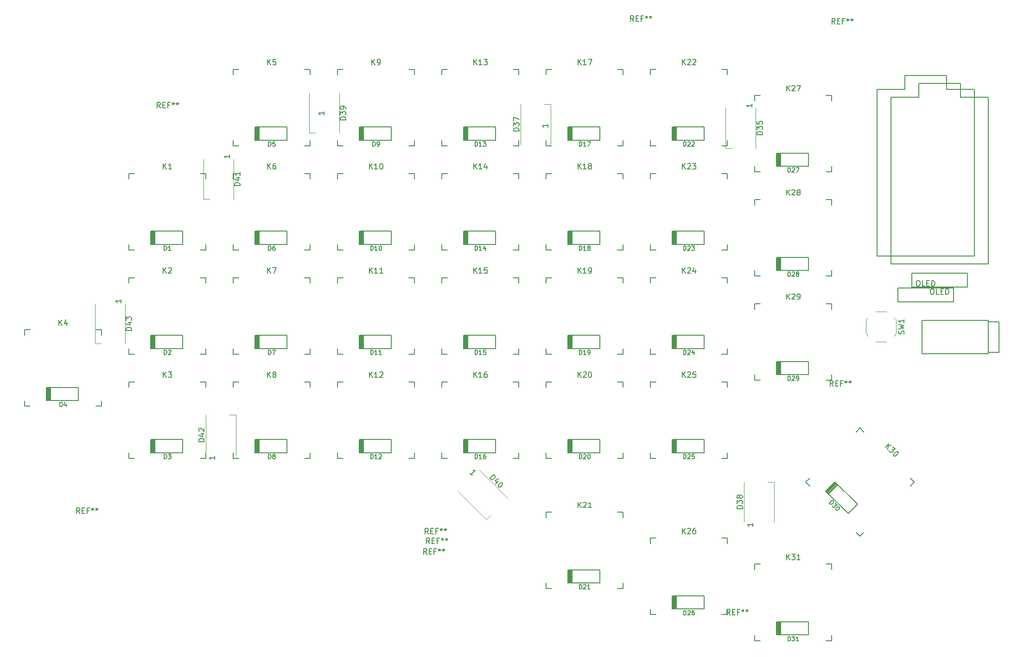
<source format=gto>
%TF.GenerationSoftware,KiCad,Pcbnew,5.1.9*%
%TF.CreationDate,2021-04-06T00:25:38+02:00*%
%TF.ProjectId,splitkeeb - pro micros,73706c69-746b-4656-9562-202d2070726f,rev?*%
%TF.SameCoordinates,Original*%
%TF.FileFunction,Legend,Top*%
%TF.FilePolarity,Positive*%
%FSLAX46Y46*%
G04 Gerber Fmt 4.6, Leading zero omitted, Abs format (unit mm)*
G04 Created by KiCad (PCBNEW 5.1.9) date 2021-04-06 00:25:38*
%MOMM*%
%LPD*%
G01*
G04 APERTURE LIST*
%ADD10C,0.200000*%
%ADD11C,0.120000*%
%ADD12C,0.150000*%
G04 APERTURE END LIST*
D10*
%TO.C,D19*%
X155084420Y-93926140D02*
X149284420Y-93926140D01*
X155084420Y-91526140D02*
X155084420Y-93926140D01*
X149284420Y-91526140D02*
X155084420Y-91526140D01*
X149359420Y-91526140D02*
X149359420Y-93926140D01*
X149484420Y-91526140D02*
X149484420Y-93926140D01*
X149259420Y-93926140D02*
X149259420Y-91526140D01*
X149659420Y-91526140D02*
X149659420Y-93926140D01*
X149834420Y-91526140D02*
X149834420Y-93926140D01*
X150009420Y-91526140D02*
X150009420Y-93926140D01*
D11*
%TO.C,D37*%
X140594420Y-56578640D02*
X140594420Y-49278640D01*
X146094420Y-56578640D02*
X146094420Y-49278640D01*
X146094420Y-49278640D02*
X144944420Y-49278640D01*
%TO.C,D40*%
X134340816Y-125194123D02*
X135153989Y-124380951D01*
X129178937Y-120032244D02*
X134340816Y-125194123D01*
X133068024Y-116143157D02*
X138229903Y-121305036D01*
%TO.C,D35*%
X178044420Y-57258640D02*
X179194420Y-57258640D01*
X178044420Y-49958640D02*
X178044420Y-57258640D01*
X183544420Y-49958640D02*
X183544420Y-57258640D01*
D12*
%TO.C,K26*%
X164334420Y-129588640D02*
X164334420Y-128588640D01*
X164334420Y-142588640D02*
X164334420Y-141588640D01*
X178334420Y-128588640D02*
X178334420Y-129588640D01*
X177334420Y-128588640D02*
X178334420Y-128588640D01*
X178334420Y-142588640D02*
X177334420Y-142588640D01*
X178334420Y-141588640D02*
X178334420Y-142588640D01*
X165334420Y-142588640D02*
X164334420Y-142588640D01*
X164334420Y-128588640D02*
X165334420Y-128588640D01*
%TO.C,K1*%
X69084420Y-61913640D02*
X70084420Y-61913640D01*
X70084420Y-75913640D02*
X69084420Y-75913640D01*
X83084420Y-74913640D02*
X83084420Y-75913640D01*
X83084420Y-75913640D02*
X82084420Y-75913640D01*
X82084420Y-61913640D02*
X83084420Y-61913640D01*
X83084420Y-61913640D02*
X83084420Y-62913640D01*
X69084420Y-75913640D02*
X69084420Y-74913640D01*
X69084420Y-62913640D02*
X69084420Y-61913640D01*
D11*
%TO.C,SW1*%
X209174420Y-88688640D02*
X209174420Y-91188640D01*
X207424420Y-87188640D02*
X205424420Y-87188640D01*
X203674420Y-88688640D02*
X203674420Y-91188640D01*
X207424420Y-92688640D02*
X205424420Y-92688640D01*
X208724420Y-88238640D02*
X209174420Y-88688640D01*
X208724420Y-91638640D02*
X209174420Y-91188640D01*
X204124420Y-91638640D02*
X203674420Y-91188640D01*
X204124420Y-88238640D02*
X203674420Y-88688640D01*
%TO.C,D41*%
X88154420Y-59288640D02*
X88154420Y-66588640D01*
X82654420Y-59288640D02*
X82654420Y-66588640D01*
X82654420Y-66588640D02*
X83804420Y-66588640D01*
D12*
%TO.C,K2*%
X69084420Y-80963640D02*
X70084420Y-80963640D01*
X70084420Y-94963640D02*
X69084420Y-94963640D01*
X83084420Y-93963640D02*
X83084420Y-94963640D01*
X83084420Y-94963640D02*
X82084420Y-94963640D01*
X82084420Y-80963640D02*
X83084420Y-80963640D01*
X83084420Y-80963640D02*
X83084420Y-81963640D01*
X69084420Y-94963640D02*
X69084420Y-93963640D01*
X69084420Y-81963640D02*
X69084420Y-80963640D01*
%TO.C,K3*%
X69084420Y-101013640D02*
X69084420Y-100013640D01*
X69084420Y-114013640D02*
X69084420Y-113013640D01*
X83084420Y-100013640D02*
X83084420Y-101013640D01*
X82084420Y-100013640D02*
X83084420Y-100013640D01*
X83084420Y-114013640D02*
X82084420Y-114013640D01*
X83084420Y-113013640D02*
X83084420Y-114013640D01*
X70084420Y-114013640D02*
X69084420Y-114013640D01*
X69084420Y-100013640D02*
X70084420Y-100013640D01*
%TO.C,K11*%
X107184420Y-80963640D02*
X108184420Y-80963640D01*
X108184420Y-94963640D02*
X107184420Y-94963640D01*
X121184420Y-93963640D02*
X121184420Y-94963640D01*
X121184420Y-94963640D02*
X120184420Y-94963640D01*
X120184420Y-80963640D02*
X121184420Y-80963640D01*
X121184420Y-80963640D02*
X121184420Y-81963640D01*
X107184420Y-94963640D02*
X107184420Y-93963640D01*
X107184420Y-81963640D02*
X107184420Y-80963640D01*
%TO.C,U1*%
X223444420Y-76978640D02*
X205664420Y-76978640D01*
X223444420Y-46498640D02*
X223444420Y-76978640D01*
X218364420Y-46498640D02*
X223444420Y-46498640D01*
X218364420Y-43958640D02*
X218364420Y-46498640D01*
X210744420Y-43958640D02*
X218364420Y-43958640D01*
X210744420Y-46498640D02*
X210744420Y-43958640D01*
X205664420Y-46498640D02*
X210744420Y-46498640D01*
X205664420Y-46498640D02*
X205664420Y-76978640D01*
D11*
%TO.C,D39*%
X101964420Y-54518640D02*
X103114420Y-54518640D01*
X101964420Y-47218640D02*
X101964420Y-54518640D01*
X107464420Y-47218640D02*
X107464420Y-54518640D01*
%TO.C,D38*%
X181404420Y-125638640D02*
X181404420Y-118338640D01*
X186904420Y-125638640D02*
X186904420Y-118338640D01*
X186904420Y-118338640D02*
X185754420Y-118338640D01*
D12*
%TO.C,U1*%
X208224420Y-47958640D02*
X208224420Y-78438640D01*
X213304420Y-47958640D02*
X208224420Y-47958640D01*
X213304420Y-45418640D02*
X213304420Y-47958640D01*
X220924420Y-45418640D02*
X213304420Y-45418640D01*
X220924420Y-47958640D02*
X220924420Y-45418640D01*
X226004420Y-47958640D02*
X220924420Y-47958640D01*
X226004420Y-78438640D02*
X226004420Y-47958640D01*
X208224420Y-78438640D02*
X226004420Y-78438640D01*
D10*
%TO.C,D20*%
X155084420Y-112976140D02*
X149284420Y-112976140D01*
X155084420Y-110576140D02*
X155084420Y-112976140D01*
X149284420Y-110576140D02*
X155084420Y-110576140D01*
X149359420Y-110576140D02*
X149359420Y-112976140D01*
X149484420Y-110576140D02*
X149484420Y-112976140D01*
X149259420Y-112976140D02*
X149259420Y-110576140D01*
X149659420Y-110576140D02*
X149659420Y-112976140D01*
X149834420Y-110576140D02*
X149834420Y-112976140D01*
X150009420Y-110576140D02*
X150009420Y-112976140D01*
%TO.C,D21*%
X150009420Y-134388640D02*
X150009420Y-136788640D01*
X149834420Y-134388640D02*
X149834420Y-136788640D01*
X149659420Y-134388640D02*
X149659420Y-136788640D01*
X149259420Y-136788640D02*
X149259420Y-134388640D01*
X149484420Y-134388640D02*
X149484420Y-136788640D01*
X149359420Y-134388640D02*
X149359420Y-136788640D01*
X149284420Y-134388640D02*
X155084420Y-134388640D01*
X155084420Y-134388640D02*
X155084420Y-136788640D01*
X155084420Y-136788640D02*
X149284420Y-136788640D01*
%TO.C,D22*%
X174134420Y-55826140D02*
X168334420Y-55826140D01*
X174134420Y-53426140D02*
X174134420Y-55826140D01*
X168334420Y-53426140D02*
X174134420Y-53426140D01*
X168409420Y-53426140D02*
X168409420Y-55826140D01*
X168534420Y-53426140D02*
X168534420Y-55826140D01*
X168309420Y-55826140D02*
X168309420Y-53426140D01*
X168709420Y-53426140D02*
X168709420Y-55826140D01*
X168884420Y-53426140D02*
X168884420Y-55826140D01*
X169059420Y-53426140D02*
X169059420Y-55826140D01*
%TO.C,D23*%
X169059420Y-72476140D02*
X169059420Y-74876140D01*
X168884420Y-72476140D02*
X168884420Y-74876140D01*
X168709420Y-72476140D02*
X168709420Y-74876140D01*
X168309420Y-74876140D02*
X168309420Y-72476140D01*
X168534420Y-72476140D02*
X168534420Y-74876140D01*
X168409420Y-72476140D02*
X168409420Y-74876140D01*
X168334420Y-72476140D02*
X174134420Y-72476140D01*
X174134420Y-72476140D02*
X174134420Y-74876140D01*
X174134420Y-74876140D02*
X168334420Y-74876140D01*
%TO.C,D24*%
X174134420Y-93926140D02*
X168334420Y-93926140D01*
X174134420Y-91526140D02*
X174134420Y-93926140D01*
X168334420Y-91526140D02*
X174134420Y-91526140D01*
X168409420Y-91526140D02*
X168409420Y-93926140D01*
X168534420Y-91526140D02*
X168534420Y-93926140D01*
X168309420Y-93926140D02*
X168309420Y-91526140D01*
X168709420Y-91526140D02*
X168709420Y-93926140D01*
X168884420Y-91526140D02*
X168884420Y-93926140D01*
X169059420Y-91526140D02*
X169059420Y-93926140D01*
%TO.C,D25*%
X169059420Y-110576140D02*
X169059420Y-112976140D01*
X168884420Y-110576140D02*
X168884420Y-112976140D01*
X168709420Y-110576140D02*
X168709420Y-112976140D01*
X168309420Y-112976140D02*
X168309420Y-110576140D01*
X168534420Y-110576140D02*
X168534420Y-112976140D01*
X168409420Y-110576140D02*
X168409420Y-112976140D01*
X168334420Y-110576140D02*
X174134420Y-110576140D01*
X174134420Y-110576140D02*
X174134420Y-112976140D01*
X174134420Y-112976140D02*
X168334420Y-112976140D01*
%TO.C,D26*%
X174134420Y-141551140D02*
X168334420Y-141551140D01*
X174134420Y-139151140D02*
X174134420Y-141551140D01*
X168334420Y-139151140D02*
X174134420Y-139151140D01*
X168409420Y-139151140D02*
X168409420Y-141551140D01*
X168534420Y-139151140D02*
X168534420Y-141551140D01*
X168309420Y-141551140D02*
X168309420Y-139151140D01*
X168709420Y-139151140D02*
X168709420Y-141551140D01*
X168884420Y-139151140D02*
X168884420Y-141551140D01*
X169059420Y-139151140D02*
X169059420Y-141551140D01*
%TO.C,D27*%
X188109420Y-58188640D02*
X188109420Y-60588640D01*
X187934420Y-58188640D02*
X187934420Y-60588640D01*
X187759420Y-58188640D02*
X187759420Y-60588640D01*
X187359420Y-60588640D02*
X187359420Y-58188640D01*
X187584420Y-58188640D02*
X187584420Y-60588640D01*
X187459420Y-58188640D02*
X187459420Y-60588640D01*
X187384420Y-58188640D02*
X193184420Y-58188640D01*
X193184420Y-58188640D02*
X193184420Y-60588640D01*
X193184420Y-60588640D02*
X187384420Y-60588640D01*
%TO.C,D28*%
X193184420Y-79638640D02*
X187384420Y-79638640D01*
X193184420Y-77238640D02*
X193184420Y-79638640D01*
X187384420Y-77238640D02*
X193184420Y-77238640D01*
X187459420Y-77238640D02*
X187459420Y-79638640D01*
X187584420Y-77238640D02*
X187584420Y-79638640D01*
X187359420Y-79638640D02*
X187359420Y-77238640D01*
X187759420Y-77238640D02*
X187759420Y-79638640D01*
X187934420Y-77238640D02*
X187934420Y-79638640D01*
X188109420Y-77238640D02*
X188109420Y-79638640D01*
%TO.C,D29*%
X188109420Y-96288640D02*
X188109420Y-98688640D01*
X187934420Y-96288640D02*
X187934420Y-98688640D01*
X187759420Y-96288640D02*
X187759420Y-98688640D01*
X187359420Y-98688640D02*
X187359420Y-96288640D01*
X187584420Y-96288640D02*
X187584420Y-98688640D01*
X187459420Y-96288640D02*
X187459420Y-98688640D01*
X187384420Y-96288640D02*
X193184420Y-96288640D01*
X193184420Y-96288640D02*
X193184420Y-98688640D01*
X193184420Y-98688640D02*
X187384420Y-98688640D01*
%TO.C,D31*%
X193184420Y-146313640D02*
X187384420Y-146313640D01*
X193184420Y-143913640D02*
X193184420Y-146313640D01*
X187384420Y-143913640D02*
X193184420Y-143913640D01*
X187459420Y-143913640D02*
X187459420Y-146313640D01*
X187584420Y-143913640D02*
X187584420Y-146313640D01*
X187359420Y-146313640D02*
X187359420Y-143913640D01*
X187759420Y-143913640D02*
X187759420Y-146313640D01*
X187934420Y-143913640D02*
X187934420Y-146313640D01*
X188109420Y-143913640D02*
X188109420Y-146313640D01*
%TO.C,D5*%
X92859420Y-53426140D02*
X92859420Y-55826140D01*
X92684420Y-53426140D02*
X92684420Y-55826140D01*
X92509420Y-53426140D02*
X92509420Y-55826140D01*
X92109420Y-55826140D02*
X92109420Y-53426140D01*
X92334420Y-53426140D02*
X92334420Y-55826140D01*
X92209420Y-53426140D02*
X92209420Y-55826140D01*
X92134420Y-53426140D02*
X97934420Y-53426140D01*
X97934420Y-53426140D02*
X97934420Y-55826140D01*
X97934420Y-55826140D02*
X92134420Y-55826140D01*
%TO.C,D30*%
X200405791Y-124129567D02*
X196304572Y-120028348D01*
X202102847Y-122432511D02*
X200405791Y-124129567D01*
X198001628Y-118331292D02*
X202102847Y-122432511D01*
X198054661Y-118384325D02*
X196357605Y-120081381D01*
X198143049Y-118472713D02*
X196445993Y-120169769D01*
X196286894Y-120010670D02*
X197983950Y-118313614D01*
X198266793Y-118596457D02*
X196569737Y-120293513D01*
X198390537Y-118720200D02*
X196693480Y-120417257D01*
X198514280Y-118843944D02*
X196817224Y-120541000D01*
D12*
%TO.C,K4*%
X50034420Y-91488640D02*
X50034420Y-90488640D01*
X50034420Y-104488640D02*
X50034420Y-103488640D01*
X64034420Y-90488640D02*
X64034420Y-91488640D01*
X63034420Y-90488640D02*
X64034420Y-90488640D01*
X64034420Y-104488640D02*
X63034420Y-104488640D01*
X64034420Y-103488640D02*
X64034420Y-104488640D01*
X51034420Y-104488640D02*
X50034420Y-104488640D01*
X50034420Y-90488640D02*
X51034420Y-90488640D01*
%TO.C,K5*%
X88134420Y-42863640D02*
X89134420Y-42863640D01*
X89134420Y-56863640D02*
X88134420Y-56863640D01*
X102134420Y-55863640D02*
X102134420Y-56863640D01*
X102134420Y-56863640D02*
X101134420Y-56863640D01*
X101134420Y-42863640D02*
X102134420Y-42863640D01*
X102134420Y-42863640D02*
X102134420Y-43863640D01*
X88134420Y-56863640D02*
X88134420Y-55863640D01*
X88134420Y-43863640D02*
X88134420Y-42863640D01*
%TO.C,K6*%
X88134420Y-61913640D02*
X89134420Y-61913640D01*
X89134420Y-75913640D02*
X88134420Y-75913640D01*
X102134420Y-74913640D02*
X102134420Y-75913640D01*
X102134420Y-75913640D02*
X101134420Y-75913640D01*
X101134420Y-61913640D02*
X102134420Y-61913640D01*
X102134420Y-61913640D02*
X102134420Y-62913640D01*
X88134420Y-75913640D02*
X88134420Y-74913640D01*
X88134420Y-62913640D02*
X88134420Y-61913640D01*
%TO.C,K7*%
X88134420Y-80963640D02*
X89134420Y-80963640D01*
X89134420Y-94963640D02*
X88134420Y-94963640D01*
X102134420Y-93963640D02*
X102134420Y-94963640D01*
X102134420Y-94963640D02*
X101134420Y-94963640D01*
X101134420Y-80963640D02*
X102134420Y-80963640D01*
X102134420Y-80963640D02*
X102134420Y-81963640D01*
X88134420Y-94963640D02*
X88134420Y-93963640D01*
X88134420Y-81963640D02*
X88134420Y-80963640D01*
%TO.C,K8*%
X88134420Y-101013640D02*
X88134420Y-100013640D01*
X88134420Y-114013640D02*
X88134420Y-113013640D01*
X102134420Y-100013640D02*
X102134420Y-101013640D01*
X101134420Y-100013640D02*
X102134420Y-100013640D01*
X102134420Y-114013640D02*
X101134420Y-114013640D01*
X102134420Y-113013640D02*
X102134420Y-114013640D01*
X89134420Y-114013640D02*
X88134420Y-114013640D01*
X88134420Y-100013640D02*
X89134420Y-100013640D01*
%TO.C,K9*%
X107184420Y-43863640D02*
X107184420Y-42863640D01*
X107184420Y-56863640D02*
X107184420Y-55863640D01*
X121184420Y-42863640D02*
X121184420Y-43863640D01*
X120184420Y-42863640D02*
X121184420Y-42863640D01*
X121184420Y-56863640D02*
X120184420Y-56863640D01*
X121184420Y-55863640D02*
X121184420Y-56863640D01*
X108184420Y-56863640D02*
X107184420Y-56863640D01*
X107184420Y-42863640D02*
X108184420Y-42863640D01*
%TO.C,K10*%
X107184420Y-62913640D02*
X107184420Y-61913640D01*
X107184420Y-75913640D02*
X107184420Y-74913640D01*
X121184420Y-61913640D02*
X121184420Y-62913640D01*
X120184420Y-61913640D02*
X121184420Y-61913640D01*
X121184420Y-75913640D02*
X120184420Y-75913640D01*
X121184420Y-74913640D02*
X121184420Y-75913640D01*
X108184420Y-75913640D02*
X107184420Y-75913640D01*
X107184420Y-61913640D02*
X108184420Y-61913640D01*
D11*
%TO.C,D42*%
X83094420Y-113398640D02*
X83094420Y-106098640D01*
X88594420Y-113398640D02*
X88594420Y-106098640D01*
X88594420Y-106098640D02*
X87444420Y-106098640D01*
D12*
%TO.C,K22*%
X164334420Y-42863640D02*
X165334420Y-42863640D01*
X165334420Y-56863640D02*
X164334420Y-56863640D01*
X178334420Y-55863640D02*
X178334420Y-56863640D01*
X178334420Y-56863640D02*
X177334420Y-56863640D01*
X177334420Y-42863640D02*
X178334420Y-42863640D01*
X178334420Y-42863640D02*
X178334420Y-43863640D01*
X164334420Y-56863640D02*
X164334420Y-55863640D01*
X164334420Y-43863640D02*
X164334420Y-42863640D01*
%TO.C,Brd1*%
X222194420Y-80188640D02*
X222194420Y-82728640D01*
X212034420Y-82728640D02*
X212034420Y-80188640D01*
X222194420Y-82728640D02*
X212034420Y-82728640D01*
X222194420Y-80188640D02*
X212034420Y-80188640D01*
D11*
%TO.C,D43*%
X62824420Y-93048640D02*
X63974420Y-93048640D01*
X62824420Y-85748640D02*
X62824420Y-93048640D01*
X68324420Y-85748640D02*
X68324420Y-93048640D01*
D10*
%TO.C,D1*%
X78884420Y-74876140D02*
X73084420Y-74876140D01*
X78884420Y-72476140D02*
X78884420Y-74876140D01*
X73084420Y-72476140D02*
X78884420Y-72476140D01*
X73159420Y-72476140D02*
X73159420Y-74876140D01*
X73284420Y-72476140D02*
X73284420Y-74876140D01*
X73059420Y-74876140D02*
X73059420Y-72476140D01*
X73459420Y-72476140D02*
X73459420Y-74876140D01*
X73634420Y-72476140D02*
X73634420Y-74876140D01*
X73809420Y-72476140D02*
X73809420Y-74876140D01*
%TO.C,D2*%
X73809420Y-91526140D02*
X73809420Y-93926140D01*
X73634420Y-91526140D02*
X73634420Y-93926140D01*
X73459420Y-91526140D02*
X73459420Y-93926140D01*
X73059420Y-93926140D02*
X73059420Y-91526140D01*
X73284420Y-91526140D02*
X73284420Y-93926140D01*
X73159420Y-91526140D02*
X73159420Y-93926140D01*
X73084420Y-91526140D02*
X78884420Y-91526140D01*
X78884420Y-91526140D02*
X78884420Y-93926140D01*
X78884420Y-93926140D02*
X73084420Y-93926140D01*
%TO.C,D3*%
X73809420Y-110576140D02*
X73809420Y-112976140D01*
X73634420Y-110576140D02*
X73634420Y-112976140D01*
X73459420Y-110576140D02*
X73459420Y-112976140D01*
X73059420Y-112976140D02*
X73059420Y-110576140D01*
X73284420Y-110576140D02*
X73284420Y-112976140D01*
X73159420Y-110576140D02*
X73159420Y-112976140D01*
X73084420Y-110576140D02*
X78884420Y-110576140D01*
X78884420Y-110576140D02*
X78884420Y-112976140D01*
X78884420Y-112976140D02*
X73084420Y-112976140D01*
%TO.C,D4*%
X54759420Y-101051140D02*
X54759420Y-103451140D01*
X54584420Y-101051140D02*
X54584420Y-103451140D01*
X54409420Y-101051140D02*
X54409420Y-103451140D01*
X54009420Y-103451140D02*
X54009420Y-101051140D01*
X54234420Y-101051140D02*
X54234420Y-103451140D01*
X54109420Y-101051140D02*
X54109420Y-103451140D01*
X54034420Y-101051140D02*
X59834420Y-101051140D01*
X59834420Y-101051140D02*
X59834420Y-103451140D01*
X59834420Y-103451140D02*
X54034420Y-103451140D01*
%TO.C,D6*%
X92859420Y-72476140D02*
X92859420Y-74876140D01*
X92684420Y-72476140D02*
X92684420Y-74876140D01*
X92509420Y-72476140D02*
X92509420Y-74876140D01*
X92109420Y-74876140D02*
X92109420Y-72476140D01*
X92334420Y-72476140D02*
X92334420Y-74876140D01*
X92209420Y-72476140D02*
X92209420Y-74876140D01*
X92134420Y-72476140D02*
X97934420Y-72476140D01*
X97934420Y-72476140D02*
X97934420Y-74876140D01*
X97934420Y-74876140D02*
X92134420Y-74876140D01*
%TO.C,D7*%
X97934420Y-93926140D02*
X92134420Y-93926140D01*
X97934420Y-91526140D02*
X97934420Y-93926140D01*
X92134420Y-91526140D02*
X97934420Y-91526140D01*
X92209420Y-91526140D02*
X92209420Y-93926140D01*
X92334420Y-91526140D02*
X92334420Y-93926140D01*
X92109420Y-93926140D02*
X92109420Y-91526140D01*
X92509420Y-91526140D02*
X92509420Y-93926140D01*
X92684420Y-91526140D02*
X92684420Y-93926140D01*
X92859420Y-91526140D02*
X92859420Y-93926140D01*
%TO.C,D8*%
X97934420Y-112976140D02*
X92134420Y-112976140D01*
X97934420Y-110576140D02*
X97934420Y-112976140D01*
X92134420Y-110576140D02*
X97934420Y-110576140D01*
X92209420Y-110576140D02*
X92209420Y-112976140D01*
X92334420Y-110576140D02*
X92334420Y-112976140D01*
X92109420Y-112976140D02*
X92109420Y-110576140D01*
X92509420Y-110576140D02*
X92509420Y-112976140D01*
X92684420Y-110576140D02*
X92684420Y-112976140D01*
X92859420Y-110576140D02*
X92859420Y-112976140D01*
%TO.C,D9*%
X116984420Y-55826140D02*
X111184420Y-55826140D01*
X116984420Y-53426140D02*
X116984420Y-55826140D01*
X111184420Y-53426140D02*
X116984420Y-53426140D01*
X111259420Y-53426140D02*
X111259420Y-55826140D01*
X111384420Y-53426140D02*
X111384420Y-55826140D01*
X111159420Y-55826140D02*
X111159420Y-53426140D01*
X111559420Y-53426140D02*
X111559420Y-55826140D01*
X111734420Y-53426140D02*
X111734420Y-55826140D01*
X111909420Y-53426140D02*
X111909420Y-55826140D01*
%TO.C,D10*%
X111909420Y-72476140D02*
X111909420Y-74876140D01*
X111734420Y-72476140D02*
X111734420Y-74876140D01*
X111559420Y-72476140D02*
X111559420Y-74876140D01*
X111159420Y-74876140D02*
X111159420Y-72476140D01*
X111384420Y-72476140D02*
X111384420Y-74876140D01*
X111259420Y-72476140D02*
X111259420Y-74876140D01*
X111184420Y-72476140D02*
X116984420Y-72476140D01*
X116984420Y-72476140D02*
X116984420Y-74876140D01*
X116984420Y-74876140D02*
X111184420Y-74876140D01*
%TO.C,D11*%
X111909420Y-91526140D02*
X111909420Y-93926140D01*
X111734420Y-91526140D02*
X111734420Y-93926140D01*
X111559420Y-91526140D02*
X111559420Y-93926140D01*
X111159420Y-93926140D02*
X111159420Y-91526140D01*
X111384420Y-91526140D02*
X111384420Y-93926140D01*
X111259420Y-91526140D02*
X111259420Y-93926140D01*
X111184420Y-91526140D02*
X116984420Y-91526140D01*
X116984420Y-91526140D02*
X116984420Y-93926140D01*
X116984420Y-93926140D02*
X111184420Y-93926140D01*
%TO.C,D12*%
X116984420Y-112976140D02*
X111184420Y-112976140D01*
X116984420Y-110576140D02*
X116984420Y-112976140D01*
X111184420Y-110576140D02*
X116984420Y-110576140D01*
X111259420Y-110576140D02*
X111259420Y-112976140D01*
X111384420Y-110576140D02*
X111384420Y-112976140D01*
X111159420Y-112976140D02*
X111159420Y-110576140D01*
X111559420Y-110576140D02*
X111559420Y-112976140D01*
X111734420Y-110576140D02*
X111734420Y-112976140D01*
X111909420Y-110576140D02*
X111909420Y-112976140D01*
%TO.C,D13*%
X136034420Y-55826140D02*
X130234420Y-55826140D01*
X136034420Y-53426140D02*
X136034420Y-55826140D01*
X130234420Y-53426140D02*
X136034420Y-53426140D01*
X130309420Y-53426140D02*
X130309420Y-55826140D01*
X130434420Y-53426140D02*
X130434420Y-55826140D01*
X130209420Y-55826140D02*
X130209420Y-53426140D01*
X130609420Y-53426140D02*
X130609420Y-55826140D01*
X130784420Y-53426140D02*
X130784420Y-55826140D01*
X130959420Y-53426140D02*
X130959420Y-55826140D01*
%TO.C,D14*%
X130959420Y-72476140D02*
X130959420Y-74876140D01*
X130784420Y-72476140D02*
X130784420Y-74876140D01*
X130609420Y-72476140D02*
X130609420Y-74876140D01*
X130209420Y-74876140D02*
X130209420Y-72476140D01*
X130434420Y-72476140D02*
X130434420Y-74876140D01*
X130309420Y-72476140D02*
X130309420Y-74876140D01*
X130234420Y-72476140D02*
X136034420Y-72476140D01*
X136034420Y-72476140D02*
X136034420Y-74876140D01*
X136034420Y-74876140D02*
X130234420Y-74876140D01*
%TO.C,D15*%
X130959420Y-91526140D02*
X130959420Y-93926140D01*
X130784420Y-91526140D02*
X130784420Y-93926140D01*
X130609420Y-91526140D02*
X130609420Y-93926140D01*
X130209420Y-93926140D02*
X130209420Y-91526140D01*
X130434420Y-91526140D02*
X130434420Y-93926140D01*
X130309420Y-91526140D02*
X130309420Y-93926140D01*
X130234420Y-91526140D02*
X136034420Y-91526140D01*
X136034420Y-91526140D02*
X136034420Y-93926140D01*
X136034420Y-93926140D02*
X130234420Y-93926140D01*
%TO.C,D16*%
X136034420Y-112976140D02*
X130234420Y-112976140D01*
X136034420Y-110576140D02*
X136034420Y-112976140D01*
X130234420Y-110576140D02*
X136034420Y-110576140D01*
X130309420Y-110576140D02*
X130309420Y-112976140D01*
X130434420Y-110576140D02*
X130434420Y-112976140D01*
X130209420Y-112976140D02*
X130209420Y-110576140D01*
X130609420Y-110576140D02*
X130609420Y-112976140D01*
X130784420Y-110576140D02*
X130784420Y-112976140D01*
X130959420Y-110576140D02*
X130959420Y-112976140D01*
%TO.C,D17*%
X155084420Y-55826140D02*
X149284420Y-55826140D01*
X155084420Y-53426140D02*
X155084420Y-55826140D01*
X149284420Y-53426140D02*
X155084420Y-53426140D01*
X149359420Y-53426140D02*
X149359420Y-55826140D01*
X149484420Y-53426140D02*
X149484420Y-55826140D01*
X149259420Y-55826140D02*
X149259420Y-53426140D01*
X149659420Y-53426140D02*
X149659420Y-55826140D01*
X149834420Y-53426140D02*
X149834420Y-55826140D01*
X150009420Y-53426140D02*
X150009420Y-55826140D01*
%TO.C,D18*%
X150009420Y-72476140D02*
X150009420Y-74876140D01*
X149834420Y-72476140D02*
X149834420Y-74876140D01*
X149659420Y-72476140D02*
X149659420Y-74876140D01*
X149259420Y-74876140D02*
X149259420Y-72476140D01*
X149484420Y-72476140D02*
X149484420Y-74876140D01*
X149359420Y-72476140D02*
X149359420Y-74876140D01*
X149284420Y-72476140D02*
X155084420Y-72476140D01*
X155084420Y-72476140D02*
X155084420Y-74876140D01*
X155084420Y-74876140D02*
X149284420Y-74876140D01*
D12*
%TO.C,K12*%
X107184420Y-100013640D02*
X108184420Y-100013640D01*
X108184420Y-114013640D02*
X107184420Y-114013640D01*
X121184420Y-113013640D02*
X121184420Y-114013640D01*
X121184420Y-114013640D02*
X120184420Y-114013640D01*
X120184420Y-100013640D02*
X121184420Y-100013640D01*
X121184420Y-100013640D02*
X121184420Y-101013640D01*
X107184420Y-114013640D02*
X107184420Y-113013640D01*
X107184420Y-101013640D02*
X107184420Y-100013640D01*
%TO.C,K13*%
X126234420Y-43863640D02*
X126234420Y-42863640D01*
X126234420Y-56863640D02*
X126234420Y-55863640D01*
X140234420Y-42863640D02*
X140234420Y-43863640D01*
X139234420Y-42863640D02*
X140234420Y-42863640D01*
X140234420Y-56863640D02*
X139234420Y-56863640D01*
X140234420Y-55863640D02*
X140234420Y-56863640D01*
X127234420Y-56863640D02*
X126234420Y-56863640D01*
X126234420Y-42863640D02*
X127234420Y-42863640D01*
%TO.C,K14*%
X126234420Y-62913640D02*
X126234420Y-61913640D01*
X126234420Y-75913640D02*
X126234420Y-74913640D01*
X140234420Y-61913640D02*
X140234420Y-62913640D01*
X139234420Y-61913640D02*
X140234420Y-61913640D01*
X140234420Y-75913640D02*
X139234420Y-75913640D01*
X140234420Y-74913640D02*
X140234420Y-75913640D01*
X127234420Y-75913640D02*
X126234420Y-75913640D01*
X126234420Y-61913640D02*
X127234420Y-61913640D01*
%TO.C,K15*%
X126234420Y-81963640D02*
X126234420Y-80963640D01*
X126234420Y-94963640D02*
X126234420Y-93963640D01*
X140234420Y-80963640D02*
X140234420Y-81963640D01*
X139234420Y-80963640D02*
X140234420Y-80963640D01*
X140234420Y-94963640D02*
X139234420Y-94963640D01*
X140234420Y-93963640D02*
X140234420Y-94963640D01*
X127234420Y-94963640D02*
X126234420Y-94963640D01*
X126234420Y-80963640D02*
X127234420Y-80963640D01*
%TO.C,K16*%
X126234420Y-100013640D02*
X127234420Y-100013640D01*
X127234420Y-114013640D02*
X126234420Y-114013640D01*
X140234420Y-113013640D02*
X140234420Y-114013640D01*
X140234420Y-114013640D02*
X139234420Y-114013640D01*
X139234420Y-100013640D02*
X140234420Y-100013640D01*
X140234420Y-100013640D02*
X140234420Y-101013640D01*
X126234420Y-114013640D02*
X126234420Y-113013640D01*
X126234420Y-101013640D02*
X126234420Y-100013640D01*
%TO.C,K17*%
X145284420Y-43863640D02*
X145284420Y-42863640D01*
X145284420Y-56863640D02*
X145284420Y-55863640D01*
X159284420Y-42863640D02*
X159284420Y-43863640D01*
X158284420Y-42863640D02*
X159284420Y-42863640D01*
X159284420Y-56863640D02*
X158284420Y-56863640D01*
X159284420Y-55863640D02*
X159284420Y-56863640D01*
X146284420Y-56863640D02*
X145284420Y-56863640D01*
X145284420Y-42863640D02*
X146284420Y-42863640D01*
%TO.C,K18*%
X145284420Y-62913640D02*
X145284420Y-61913640D01*
X145284420Y-75913640D02*
X145284420Y-74913640D01*
X159284420Y-61913640D02*
X159284420Y-62913640D01*
X158284420Y-61913640D02*
X159284420Y-61913640D01*
X159284420Y-75913640D02*
X158284420Y-75913640D01*
X159284420Y-74913640D02*
X159284420Y-75913640D01*
X146284420Y-75913640D02*
X145284420Y-75913640D01*
X145284420Y-61913640D02*
X146284420Y-61913640D01*
%TO.C,K19*%
X145284420Y-80963640D02*
X146284420Y-80963640D01*
X146284420Y-94963640D02*
X145284420Y-94963640D01*
X159284420Y-93963640D02*
X159284420Y-94963640D01*
X159284420Y-94963640D02*
X158284420Y-94963640D01*
X158284420Y-80963640D02*
X159284420Y-80963640D01*
X159284420Y-80963640D02*
X159284420Y-81963640D01*
X145284420Y-94963640D02*
X145284420Y-93963640D01*
X145284420Y-81963640D02*
X145284420Y-80963640D01*
%TO.C,K20*%
X145284420Y-100013640D02*
X146284420Y-100013640D01*
X146284420Y-114013640D02*
X145284420Y-114013640D01*
X159284420Y-113013640D02*
X159284420Y-114013640D01*
X159284420Y-114013640D02*
X158284420Y-114013640D01*
X158284420Y-100013640D02*
X159284420Y-100013640D01*
X159284420Y-100013640D02*
X159284420Y-101013640D01*
X145284420Y-114013640D02*
X145284420Y-113013640D01*
X145284420Y-101013640D02*
X145284420Y-100013640D01*
%TO.C,K21*%
X145284420Y-124826140D02*
X145284420Y-123826140D01*
X145284420Y-137826140D02*
X145284420Y-136826140D01*
X159284420Y-123826140D02*
X159284420Y-124826140D01*
X158284420Y-123826140D02*
X159284420Y-123826140D01*
X159284420Y-137826140D02*
X158284420Y-137826140D01*
X159284420Y-136826140D02*
X159284420Y-137826140D01*
X146284420Y-137826140D02*
X145284420Y-137826140D01*
X145284420Y-123826140D02*
X146284420Y-123826140D01*
%TO.C,K23*%
X164334420Y-62913640D02*
X164334420Y-61913640D01*
X164334420Y-75913640D02*
X164334420Y-74913640D01*
X178334420Y-61913640D02*
X178334420Y-62913640D01*
X177334420Y-61913640D02*
X178334420Y-61913640D01*
X178334420Y-75913640D02*
X177334420Y-75913640D01*
X178334420Y-74913640D02*
X178334420Y-75913640D01*
X165334420Y-75913640D02*
X164334420Y-75913640D01*
X164334420Y-61913640D02*
X165334420Y-61913640D01*
%TO.C,K24*%
X164334420Y-80963640D02*
X165334420Y-80963640D01*
X165334420Y-94963640D02*
X164334420Y-94963640D01*
X178334420Y-93963640D02*
X178334420Y-94963640D01*
X178334420Y-94963640D02*
X177334420Y-94963640D01*
X177334420Y-80963640D02*
X178334420Y-80963640D01*
X178334420Y-80963640D02*
X178334420Y-81963640D01*
X164334420Y-94963640D02*
X164334420Y-93963640D01*
X164334420Y-81963640D02*
X164334420Y-80963640D01*
%TO.C,K25*%
X164334420Y-100013640D02*
X165334420Y-100013640D01*
X165334420Y-114013640D02*
X164334420Y-114013640D01*
X178334420Y-113013640D02*
X178334420Y-114013640D01*
X178334420Y-114013640D02*
X177334420Y-114013640D01*
X177334420Y-100013640D02*
X178334420Y-100013640D01*
X178334420Y-100013640D02*
X178334420Y-101013640D01*
X164334420Y-114013640D02*
X164334420Y-113013640D01*
X164334420Y-101013640D02*
X164334420Y-100013640D01*
%TO.C,K27*%
X183384420Y-47626140D02*
X184384420Y-47626140D01*
X184384420Y-61626140D02*
X183384420Y-61626140D01*
X197384420Y-60626140D02*
X197384420Y-61626140D01*
X197384420Y-61626140D02*
X196384420Y-61626140D01*
X196384420Y-47626140D02*
X197384420Y-47626140D01*
X197384420Y-47626140D02*
X197384420Y-48626140D01*
X183384420Y-61626140D02*
X183384420Y-60626140D01*
X183384420Y-48626140D02*
X183384420Y-47626140D01*
%TO.C,K28*%
X183384420Y-67676140D02*
X183384420Y-66676140D01*
X183384420Y-80676140D02*
X183384420Y-79676140D01*
X197384420Y-66676140D02*
X197384420Y-67676140D01*
X196384420Y-66676140D02*
X197384420Y-66676140D01*
X197384420Y-80676140D02*
X196384420Y-80676140D01*
X197384420Y-79676140D02*
X197384420Y-80676140D01*
X184384420Y-80676140D02*
X183384420Y-80676140D01*
X183384420Y-66676140D02*
X184384420Y-66676140D01*
%TO.C,K29*%
X183384420Y-85726140D02*
X184384420Y-85726140D01*
X184384420Y-99726140D02*
X183384420Y-99726140D01*
X197384420Y-98726140D02*
X197384420Y-99726140D01*
X197384420Y-99726140D02*
X196384420Y-99726140D01*
X196384420Y-85726140D02*
X197384420Y-85726140D01*
X197384420Y-85726140D02*
X197384420Y-86726140D01*
X183384420Y-99726140D02*
X183384420Y-98726140D01*
X183384420Y-86726140D02*
X183384420Y-85726140D01*
%TO.C,K30*%
X201862878Y-109164056D02*
X202569985Y-108456949D01*
X192670490Y-118356444D02*
X193377597Y-117649337D01*
X212469480Y-118356444D02*
X211762373Y-119063551D01*
X211762373Y-117649337D02*
X212469480Y-118356444D01*
X202569985Y-128255939D02*
X201862878Y-127548832D01*
X203277092Y-127548832D02*
X202569985Y-128255939D01*
X193377597Y-119063551D02*
X192670490Y-118356444D01*
X202569985Y-108456949D02*
X203277092Y-109164056D01*
%TO.C,K31*%
X183384420Y-133351140D02*
X184384420Y-133351140D01*
X184384420Y-147351140D02*
X183384420Y-147351140D01*
X197384420Y-146351140D02*
X197384420Y-147351140D01*
X197384420Y-147351140D02*
X196384420Y-147351140D01*
X196384420Y-133351140D02*
X197384420Y-133351140D01*
X197384420Y-133351140D02*
X197384420Y-134351140D01*
X183384420Y-147351140D02*
X183384420Y-146351140D01*
X183384420Y-134351140D02*
X183384420Y-133351140D01*
%TO.C,Brd1*%
X209484420Y-85428640D02*
X209484420Y-82888640D01*
X219644420Y-82888640D02*
X219644420Y-85428640D01*
X209484420Y-82888640D02*
X219644420Y-82888640D01*
X209484420Y-85428640D02*
X219644420Y-85428640D01*
%TO.C,U2*%
X225994420Y-94898640D02*
X225994420Y-88798640D01*
X213894420Y-94898640D02*
X213894420Y-88798640D01*
X225994420Y-94898640D02*
X213894420Y-94898640D01*
X225994420Y-88798640D02*
X213894420Y-88798640D01*
X225994420Y-94648640D02*
X227994420Y-94648640D01*
X225994420Y-89048640D02*
X227994420Y-89048640D01*
X227994420Y-94648640D02*
X227994420Y-89048640D01*
%TO.C,D19*%
X151312991Y-95013044D02*
X151312991Y-94213044D01*
X151503467Y-94213044D01*
X151617753Y-94251140D01*
X151693943Y-94327330D01*
X151732039Y-94403520D01*
X151770134Y-94555901D01*
X151770134Y-94670187D01*
X151732039Y-94822568D01*
X151693943Y-94898759D01*
X151617753Y-94974949D01*
X151503467Y-95013044D01*
X151312991Y-95013044D01*
X152532039Y-95013044D02*
X152074896Y-95013044D01*
X152303467Y-95013044D02*
X152303467Y-94213044D01*
X152227277Y-94327330D01*
X152151086Y-94403520D01*
X152074896Y-94441616D01*
X152912991Y-95013044D02*
X153065372Y-95013044D01*
X153141562Y-94974949D01*
X153179658Y-94936854D01*
X153255848Y-94822568D01*
X153293943Y-94670187D01*
X153293943Y-94365425D01*
X153255848Y-94289235D01*
X153217753Y-94251140D01*
X153141562Y-94213044D01*
X152989181Y-94213044D01*
X152912991Y-94251140D01*
X152874896Y-94289235D01*
X152836800Y-94365425D01*
X152836800Y-94555901D01*
X152874896Y-94632092D01*
X152912991Y-94670187D01*
X152989181Y-94708282D01*
X153141562Y-94708282D01*
X153217753Y-94670187D01*
X153255848Y-94632092D01*
X153293943Y-94555901D01*
%TO.C,REF\u002A\u002A*%
X60082336Y-124071020D02*
X59749003Y-123594830D01*
X59510908Y-124071020D02*
X59510908Y-123071020D01*
X59891860Y-123071020D01*
X59987098Y-123118640D01*
X60034717Y-123166259D01*
X60082336Y-123261497D01*
X60082336Y-123404354D01*
X60034717Y-123499592D01*
X59987098Y-123547211D01*
X59891860Y-123594830D01*
X59510908Y-123594830D01*
X60510908Y-123547211D02*
X60844241Y-123547211D01*
X60987098Y-124071020D02*
X60510908Y-124071020D01*
X60510908Y-123071020D01*
X60987098Y-123071020D01*
X61749003Y-123547211D02*
X61415670Y-123547211D01*
X61415670Y-124071020D02*
X61415670Y-123071020D01*
X61891860Y-123071020D01*
X62415670Y-123071020D02*
X62415670Y-123309116D01*
X62177574Y-123213878D02*
X62415670Y-123309116D01*
X62653765Y-123213878D01*
X62272812Y-123499592D02*
X62415670Y-123309116D01*
X62558527Y-123499592D01*
X63177574Y-123071020D02*
X63177574Y-123309116D01*
X62939479Y-123213878D02*
X63177574Y-123309116D01*
X63415670Y-123213878D01*
X63034717Y-123499592D02*
X63177574Y-123309116D01*
X63320431Y-123499592D01*
%TO.C,D37*%
X140296800Y-54142925D02*
X139296800Y-54142925D01*
X139296800Y-53904830D01*
X139344420Y-53761973D01*
X139439658Y-53666735D01*
X139534896Y-53619116D01*
X139725372Y-53571497D01*
X139868229Y-53571497D01*
X140058705Y-53619116D01*
X140153943Y-53666735D01*
X140249181Y-53761973D01*
X140296800Y-53904830D01*
X140296800Y-54142925D01*
X139296800Y-53238163D02*
X139296800Y-52619116D01*
X139677753Y-52952449D01*
X139677753Y-52809592D01*
X139725372Y-52714354D01*
X139772991Y-52666735D01*
X139868229Y-52619116D01*
X140106324Y-52619116D01*
X140201562Y-52666735D01*
X140249181Y-52714354D01*
X140296800Y-52809592D01*
X140296800Y-53095306D01*
X140249181Y-53190544D01*
X140201562Y-53238163D01*
X139296800Y-52285782D02*
X139296800Y-51619116D01*
X140296800Y-52047687D01*
X145546800Y-52892925D02*
X145546800Y-53464354D01*
X145546800Y-53178640D02*
X144546800Y-53178640D01*
X144689658Y-53273878D01*
X144784896Y-53369116D01*
X144832515Y-53464354D01*
%TO.C,REF\u002A\u002A*%
X123972336Y-129581020D02*
X123639003Y-129104830D01*
X123400908Y-129581020D02*
X123400908Y-128581020D01*
X123781860Y-128581020D01*
X123877098Y-128628640D01*
X123924717Y-128676259D01*
X123972336Y-128771497D01*
X123972336Y-128914354D01*
X123924717Y-129009592D01*
X123877098Y-129057211D01*
X123781860Y-129104830D01*
X123400908Y-129104830D01*
X124400908Y-129057211D02*
X124734241Y-129057211D01*
X124877098Y-129581020D02*
X124400908Y-129581020D01*
X124400908Y-128581020D01*
X124877098Y-128581020D01*
X125639003Y-129057211D02*
X125305670Y-129057211D01*
X125305670Y-129581020D02*
X125305670Y-128581020D01*
X125781860Y-128581020D01*
X126305670Y-128581020D02*
X126305670Y-128819116D01*
X126067574Y-128723878D02*
X126305670Y-128819116D01*
X126543765Y-128723878D01*
X126162812Y-129009592D02*
X126305670Y-128819116D01*
X126448527Y-129009592D01*
X127067574Y-128581020D02*
X127067574Y-128819116D01*
X126829479Y-128723878D02*
X127067574Y-128819116D01*
X127305670Y-128723878D01*
X126924717Y-129009592D02*
X127067574Y-128819116D01*
X127210431Y-129009592D01*
X178861086Y-142641020D02*
X178527753Y-142164830D01*
X178289658Y-142641020D02*
X178289658Y-141641020D01*
X178670610Y-141641020D01*
X178765848Y-141688640D01*
X178813467Y-141736259D01*
X178861086Y-141831497D01*
X178861086Y-141974354D01*
X178813467Y-142069592D01*
X178765848Y-142117211D01*
X178670610Y-142164830D01*
X178289658Y-142164830D01*
X179289658Y-142117211D02*
X179622991Y-142117211D01*
X179765848Y-142641020D02*
X179289658Y-142641020D01*
X179289658Y-141641020D01*
X179765848Y-141641020D01*
X180527753Y-142117211D02*
X180194420Y-142117211D01*
X180194420Y-142641020D02*
X180194420Y-141641020D01*
X180670610Y-141641020D01*
X181194420Y-141641020D02*
X181194420Y-141879116D01*
X180956324Y-141783878D02*
X181194420Y-141879116D01*
X181432515Y-141783878D01*
X181051562Y-142069592D02*
X181194420Y-141879116D01*
X181337277Y-142069592D01*
X181956324Y-141641020D02*
X181956324Y-141879116D01*
X181718229Y-141783878D02*
X181956324Y-141879116D01*
X182194420Y-141783878D01*
X181813467Y-142069592D02*
X181956324Y-141879116D01*
X182099181Y-142069592D01*
X123442336Y-131541020D02*
X123109003Y-131064830D01*
X122870908Y-131541020D02*
X122870908Y-130541020D01*
X123251860Y-130541020D01*
X123347098Y-130588640D01*
X123394717Y-130636259D01*
X123442336Y-130731497D01*
X123442336Y-130874354D01*
X123394717Y-130969592D01*
X123347098Y-131017211D01*
X123251860Y-131064830D01*
X122870908Y-131064830D01*
X123870908Y-131017211D02*
X124204241Y-131017211D01*
X124347098Y-131541020D02*
X123870908Y-131541020D01*
X123870908Y-130541020D01*
X124347098Y-130541020D01*
X125109003Y-131017211D02*
X124775670Y-131017211D01*
X124775670Y-131541020D02*
X124775670Y-130541020D01*
X125251860Y-130541020D01*
X125775670Y-130541020D02*
X125775670Y-130779116D01*
X125537574Y-130683878D02*
X125775670Y-130779116D01*
X126013765Y-130683878D01*
X125632812Y-130969592D02*
X125775670Y-130779116D01*
X125918527Y-130969592D01*
X126537574Y-130541020D02*
X126537574Y-130779116D01*
X126299479Y-130683878D02*
X126537574Y-130779116D01*
X126775670Y-130683878D01*
X126394717Y-130969592D02*
X126537574Y-130779116D01*
X126680431Y-130969592D01*
X123752336Y-127831020D02*
X123419003Y-127354830D01*
X123180908Y-127831020D02*
X123180908Y-126831020D01*
X123561860Y-126831020D01*
X123657098Y-126878640D01*
X123704717Y-126926259D01*
X123752336Y-127021497D01*
X123752336Y-127164354D01*
X123704717Y-127259592D01*
X123657098Y-127307211D01*
X123561860Y-127354830D01*
X123180908Y-127354830D01*
X124180908Y-127307211D02*
X124514241Y-127307211D01*
X124657098Y-127831020D02*
X124180908Y-127831020D01*
X124180908Y-126831020D01*
X124657098Y-126831020D01*
X125419003Y-127307211D02*
X125085670Y-127307211D01*
X125085670Y-127831020D02*
X125085670Y-126831020D01*
X125561860Y-126831020D01*
X126085670Y-126831020D02*
X126085670Y-127069116D01*
X125847574Y-126973878D02*
X126085670Y-127069116D01*
X126323765Y-126973878D01*
X125942812Y-127259592D02*
X126085670Y-127069116D01*
X126228527Y-127259592D01*
X126847574Y-126831020D02*
X126847574Y-127069116D01*
X126609479Y-126973878D02*
X126847574Y-127069116D01*
X127085670Y-126973878D01*
X126704717Y-127259592D02*
X126847574Y-127069116D01*
X126990431Y-127259592D01*
%TO.C,D40*%
X135000782Y-117655017D02*
X135707889Y-116947911D01*
X135876248Y-117116269D01*
X135943591Y-117250956D01*
X135943591Y-117385643D01*
X135909919Y-117486659D01*
X135808904Y-117655017D01*
X135707889Y-117756033D01*
X135539530Y-117857048D01*
X135438515Y-117890720D01*
X135303828Y-117890720D01*
X135169141Y-117823376D01*
X135000782Y-117655017D01*
X136482339Y-118193765D02*
X136010935Y-118665170D01*
X136583355Y-117756033D02*
X135909919Y-118092750D01*
X136347652Y-118530483D01*
X137223118Y-118463140D02*
X137290461Y-118530483D01*
X137324133Y-118631498D01*
X137324133Y-118698842D01*
X137290461Y-118799857D01*
X137189446Y-118968216D01*
X137021087Y-119136575D01*
X136852729Y-119237590D01*
X136751713Y-119271262D01*
X136684370Y-119271262D01*
X136583355Y-119237590D01*
X136516011Y-119170246D01*
X136482339Y-119069231D01*
X136482339Y-119001888D01*
X136516011Y-118900872D01*
X136617026Y-118732514D01*
X136785385Y-118564155D01*
X136953744Y-118463140D01*
X137054759Y-118429468D01*
X137122103Y-118429468D01*
X137223118Y-118463140D01*
X131783446Y-117124688D02*
X131379385Y-116720627D01*
X131581416Y-116922657D02*
X132288523Y-116215550D01*
X132120164Y-116249222D01*
X131985477Y-116249222D01*
X131884462Y-116215550D01*
%TO.C,D35*%
X184746800Y-54822925D02*
X183746800Y-54822925D01*
X183746800Y-54584830D01*
X183794420Y-54441973D01*
X183889658Y-54346735D01*
X183984896Y-54299116D01*
X184175372Y-54251497D01*
X184318229Y-54251497D01*
X184508705Y-54299116D01*
X184603943Y-54346735D01*
X184699181Y-54441973D01*
X184746800Y-54584830D01*
X184746800Y-54822925D01*
X183746800Y-53918163D02*
X183746800Y-53299116D01*
X184127753Y-53632449D01*
X184127753Y-53489592D01*
X184175372Y-53394354D01*
X184222991Y-53346735D01*
X184318229Y-53299116D01*
X184556324Y-53299116D01*
X184651562Y-53346735D01*
X184699181Y-53394354D01*
X184746800Y-53489592D01*
X184746800Y-53775306D01*
X184699181Y-53870544D01*
X184651562Y-53918163D01*
X183746800Y-52394354D02*
X183746800Y-52870544D01*
X184222991Y-52918163D01*
X184175372Y-52870544D01*
X184127753Y-52775306D01*
X184127753Y-52537211D01*
X184175372Y-52441973D01*
X184222991Y-52394354D01*
X184318229Y-52346735D01*
X184556324Y-52346735D01*
X184651562Y-52394354D01*
X184699181Y-52441973D01*
X184746800Y-52537211D01*
X184746800Y-52775306D01*
X184699181Y-52870544D01*
X184651562Y-52918163D01*
X182846800Y-49172925D02*
X182846800Y-49744354D01*
X182846800Y-49458640D02*
X181846800Y-49458640D01*
X181989658Y-49553878D01*
X182084896Y-49649116D01*
X182132515Y-49744354D01*
%TO.C,K26*%
X170120134Y-127786020D02*
X170120134Y-126786020D01*
X170691562Y-127786020D02*
X170262991Y-127214592D01*
X170691562Y-126786020D02*
X170120134Y-127357449D01*
X171072515Y-126881259D02*
X171120134Y-126833640D01*
X171215372Y-126786020D01*
X171453467Y-126786020D01*
X171548705Y-126833640D01*
X171596324Y-126881259D01*
X171643943Y-126976497D01*
X171643943Y-127071735D01*
X171596324Y-127214592D01*
X171024896Y-127786020D01*
X171643943Y-127786020D01*
X172501086Y-126786020D02*
X172310610Y-126786020D01*
X172215372Y-126833640D01*
X172167753Y-126881259D01*
X172072515Y-127024116D01*
X172024896Y-127214592D01*
X172024896Y-127595544D01*
X172072515Y-127690782D01*
X172120134Y-127738401D01*
X172215372Y-127786020D01*
X172405848Y-127786020D01*
X172501086Y-127738401D01*
X172548705Y-127690782D01*
X172596324Y-127595544D01*
X172596324Y-127357449D01*
X172548705Y-127262211D01*
X172501086Y-127214592D01*
X172405848Y-127166973D01*
X172215372Y-127166973D01*
X172120134Y-127214592D01*
X172072515Y-127262211D01*
X172024896Y-127357449D01*
%TO.C,K1*%
X75346324Y-61111020D02*
X75346324Y-60111020D01*
X75917753Y-61111020D02*
X75489181Y-60539592D01*
X75917753Y-60111020D02*
X75346324Y-60682449D01*
X76870134Y-61111020D02*
X76298705Y-61111020D01*
X76584420Y-61111020D02*
X76584420Y-60111020D01*
X76489181Y-60253878D01*
X76393943Y-60349116D01*
X76298705Y-60396735D01*
%TO.C,SW1*%
X210579181Y-91271973D02*
X210626800Y-91129116D01*
X210626800Y-90891020D01*
X210579181Y-90795782D01*
X210531562Y-90748163D01*
X210436324Y-90700544D01*
X210341086Y-90700544D01*
X210245848Y-90748163D01*
X210198229Y-90795782D01*
X210150610Y-90891020D01*
X210102991Y-91081497D01*
X210055372Y-91176735D01*
X210007753Y-91224354D01*
X209912515Y-91271973D01*
X209817277Y-91271973D01*
X209722039Y-91224354D01*
X209674420Y-91176735D01*
X209626800Y-91081497D01*
X209626800Y-90843401D01*
X209674420Y-90700544D01*
X209626800Y-90367211D02*
X210626800Y-90129116D01*
X209912515Y-89938640D01*
X210626800Y-89748163D01*
X209626800Y-89510068D01*
X210626800Y-88605306D02*
X210626800Y-89176735D01*
X210626800Y-88891020D02*
X209626800Y-88891020D01*
X209769658Y-88986259D01*
X209864896Y-89081497D01*
X209912515Y-89176735D01*
%TO.C,D41*%
X89356800Y-64152925D02*
X88356800Y-64152925D01*
X88356800Y-63914830D01*
X88404420Y-63771973D01*
X88499658Y-63676735D01*
X88594896Y-63629116D01*
X88785372Y-63581497D01*
X88928229Y-63581497D01*
X89118705Y-63629116D01*
X89213943Y-63676735D01*
X89309181Y-63771973D01*
X89356800Y-63914830D01*
X89356800Y-64152925D01*
X88690134Y-62724354D02*
X89356800Y-62724354D01*
X88309181Y-62962449D02*
X89023467Y-63200544D01*
X89023467Y-62581497D01*
X89356800Y-61676735D02*
X89356800Y-62248163D01*
X89356800Y-61962449D02*
X88356800Y-61962449D01*
X88499658Y-62057687D01*
X88594896Y-62152925D01*
X88642515Y-62248163D01*
X87456800Y-58502925D02*
X87456800Y-59074354D01*
X87456800Y-58788640D02*
X86456800Y-58788640D01*
X86599658Y-58883878D01*
X86694896Y-58979116D01*
X86742515Y-59074354D01*
%TO.C,K2*%
X75346324Y-80161020D02*
X75346324Y-79161020D01*
X75917753Y-80161020D02*
X75489181Y-79589592D01*
X75917753Y-79161020D02*
X75346324Y-79732449D01*
X76298705Y-79256259D02*
X76346324Y-79208640D01*
X76441562Y-79161020D01*
X76679658Y-79161020D01*
X76774896Y-79208640D01*
X76822515Y-79256259D01*
X76870134Y-79351497D01*
X76870134Y-79446735D01*
X76822515Y-79589592D01*
X76251086Y-80161020D01*
X76870134Y-80161020D01*
%TO.C,K3*%
X75346324Y-99211020D02*
X75346324Y-98211020D01*
X75917753Y-99211020D02*
X75489181Y-98639592D01*
X75917753Y-98211020D02*
X75346324Y-98782449D01*
X76251086Y-98211020D02*
X76870134Y-98211020D01*
X76536800Y-98591973D01*
X76679658Y-98591973D01*
X76774896Y-98639592D01*
X76822515Y-98687211D01*
X76870134Y-98782449D01*
X76870134Y-99020544D01*
X76822515Y-99115782D01*
X76774896Y-99163401D01*
X76679658Y-99211020D01*
X76393943Y-99211020D01*
X76298705Y-99163401D01*
X76251086Y-99115782D01*
%TO.C,K11*%
X112970134Y-80161020D02*
X112970134Y-79161020D01*
X113541562Y-80161020D02*
X113112991Y-79589592D01*
X113541562Y-79161020D02*
X112970134Y-79732449D01*
X114493943Y-80161020D02*
X113922515Y-80161020D01*
X114208229Y-80161020D02*
X114208229Y-79161020D01*
X114112991Y-79303878D01*
X114017753Y-79399116D01*
X113922515Y-79446735D01*
X115446324Y-80161020D02*
X114874896Y-80161020D01*
X115160610Y-80161020D02*
X115160610Y-79161020D01*
X115065372Y-79303878D01*
X114970134Y-79399116D01*
X114874896Y-79446735D01*
%TO.C,D39*%
X108666800Y-52082925D02*
X107666800Y-52082925D01*
X107666800Y-51844830D01*
X107714420Y-51701973D01*
X107809658Y-51606735D01*
X107904896Y-51559116D01*
X108095372Y-51511497D01*
X108238229Y-51511497D01*
X108428705Y-51559116D01*
X108523943Y-51606735D01*
X108619181Y-51701973D01*
X108666800Y-51844830D01*
X108666800Y-52082925D01*
X107666800Y-51178163D02*
X107666800Y-50559116D01*
X108047753Y-50892449D01*
X108047753Y-50749592D01*
X108095372Y-50654354D01*
X108142991Y-50606735D01*
X108238229Y-50559116D01*
X108476324Y-50559116D01*
X108571562Y-50606735D01*
X108619181Y-50654354D01*
X108666800Y-50749592D01*
X108666800Y-51035306D01*
X108619181Y-51130544D01*
X108571562Y-51178163D01*
X108666800Y-50082925D02*
X108666800Y-49892449D01*
X108619181Y-49797211D01*
X108571562Y-49749592D01*
X108428705Y-49654354D01*
X108238229Y-49606735D01*
X107857277Y-49606735D01*
X107762039Y-49654354D01*
X107714420Y-49701973D01*
X107666800Y-49797211D01*
X107666800Y-49987687D01*
X107714420Y-50082925D01*
X107762039Y-50130544D01*
X107857277Y-50178163D01*
X108095372Y-50178163D01*
X108190610Y-50130544D01*
X108238229Y-50082925D01*
X108285848Y-49987687D01*
X108285848Y-49797211D01*
X108238229Y-49701973D01*
X108190610Y-49654354D01*
X108095372Y-49606735D01*
X104666800Y-50582925D02*
X104666800Y-51154354D01*
X104666800Y-50868640D02*
X103666800Y-50868640D01*
X103809658Y-50963878D01*
X103904896Y-51059116D01*
X103952515Y-51154354D01*
%TO.C,D38*%
X181106800Y-123202925D02*
X180106800Y-123202925D01*
X180106800Y-122964830D01*
X180154420Y-122821973D01*
X180249658Y-122726735D01*
X180344896Y-122679116D01*
X180535372Y-122631497D01*
X180678229Y-122631497D01*
X180868705Y-122679116D01*
X180963943Y-122726735D01*
X181059181Y-122821973D01*
X181106800Y-122964830D01*
X181106800Y-123202925D01*
X180106800Y-122298163D02*
X180106800Y-121679116D01*
X180487753Y-122012449D01*
X180487753Y-121869592D01*
X180535372Y-121774354D01*
X180582991Y-121726735D01*
X180678229Y-121679116D01*
X180916324Y-121679116D01*
X181011562Y-121726735D01*
X181059181Y-121774354D01*
X181106800Y-121869592D01*
X181106800Y-122155306D01*
X181059181Y-122250544D01*
X181011562Y-122298163D01*
X180535372Y-121107687D02*
X180487753Y-121202925D01*
X180440134Y-121250544D01*
X180344896Y-121298163D01*
X180297277Y-121298163D01*
X180202039Y-121250544D01*
X180154420Y-121202925D01*
X180106800Y-121107687D01*
X180106800Y-120917211D01*
X180154420Y-120821973D01*
X180202039Y-120774354D01*
X180297277Y-120726735D01*
X180344896Y-120726735D01*
X180440134Y-120774354D01*
X180487753Y-120821973D01*
X180535372Y-120917211D01*
X180535372Y-121107687D01*
X180582991Y-121202925D01*
X180630610Y-121250544D01*
X180725848Y-121298163D01*
X180916324Y-121298163D01*
X181011562Y-121250544D01*
X181059181Y-121202925D01*
X181106800Y-121107687D01*
X181106800Y-120917211D01*
X181059181Y-120821973D01*
X181011562Y-120774354D01*
X180916324Y-120726735D01*
X180725848Y-120726735D01*
X180630610Y-120774354D01*
X180582991Y-120821973D01*
X180535372Y-120917211D01*
X183006800Y-125852925D02*
X183006800Y-126424354D01*
X183006800Y-126138640D02*
X182006800Y-126138640D01*
X182149658Y-126233878D01*
X182244896Y-126329116D01*
X182292515Y-126424354D01*
%TO.C,REF\u002A\u002A*%
X198032336Y-34571020D02*
X197699003Y-34094830D01*
X197460908Y-34571020D02*
X197460908Y-33571020D01*
X197841860Y-33571020D01*
X197937098Y-33618640D01*
X197984717Y-33666259D01*
X198032336Y-33761497D01*
X198032336Y-33904354D01*
X197984717Y-33999592D01*
X197937098Y-34047211D01*
X197841860Y-34094830D01*
X197460908Y-34094830D01*
X198460908Y-34047211D02*
X198794241Y-34047211D01*
X198937098Y-34571020D02*
X198460908Y-34571020D01*
X198460908Y-33571020D01*
X198937098Y-33571020D01*
X199699003Y-34047211D02*
X199365670Y-34047211D01*
X199365670Y-34571020D02*
X199365670Y-33571020D01*
X199841860Y-33571020D01*
X200365670Y-33571020D02*
X200365670Y-33809116D01*
X200127574Y-33713878D02*
X200365670Y-33809116D01*
X200603765Y-33713878D01*
X200222812Y-33999592D02*
X200365670Y-33809116D01*
X200508527Y-33999592D01*
X201127574Y-33571020D02*
X201127574Y-33809116D01*
X200889479Y-33713878D02*
X201127574Y-33809116D01*
X201365670Y-33713878D01*
X200984717Y-33999592D02*
X201127574Y-33809116D01*
X201270431Y-33999592D01*
%TO.C,D20*%
X151312991Y-114063044D02*
X151312991Y-113263044D01*
X151503467Y-113263044D01*
X151617753Y-113301140D01*
X151693943Y-113377330D01*
X151732039Y-113453520D01*
X151770134Y-113605901D01*
X151770134Y-113720187D01*
X151732039Y-113872568D01*
X151693943Y-113948759D01*
X151617753Y-114024949D01*
X151503467Y-114063044D01*
X151312991Y-114063044D01*
X152074896Y-113339235D02*
X152112991Y-113301140D01*
X152189181Y-113263044D01*
X152379658Y-113263044D01*
X152455848Y-113301140D01*
X152493943Y-113339235D01*
X152532039Y-113415425D01*
X152532039Y-113491616D01*
X152493943Y-113605901D01*
X152036800Y-114063044D01*
X152532039Y-114063044D01*
X153027277Y-113263044D02*
X153103467Y-113263044D01*
X153179658Y-113301140D01*
X153217753Y-113339235D01*
X153255848Y-113415425D01*
X153293943Y-113567806D01*
X153293943Y-113758282D01*
X153255848Y-113910663D01*
X153217753Y-113986854D01*
X153179658Y-114024949D01*
X153103467Y-114063044D01*
X153027277Y-114063044D01*
X152951086Y-114024949D01*
X152912991Y-113986854D01*
X152874896Y-113910663D01*
X152836800Y-113758282D01*
X152836800Y-113567806D01*
X152874896Y-113415425D01*
X152912991Y-113339235D01*
X152951086Y-113301140D01*
X153027277Y-113263044D01*
%TO.C,D21*%
X151312991Y-137875544D02*
X151312991Y-137075544D01*
X151503467Y-137075544D01*
X151617753Y-137113640D01*
X151693943Y-137189830D01*
X151732039Y-137266020D01*
X151770134Y-137418401D01*
X151770134Y-137532687D01*
X151732039Y-137685068D01*
X151693943Y-137761259D01*
X151617753Y-137837449D01*
X151503467Y-137875544D01*
X151312991Y-137875544D01*
X152074896Y-137151735D02*
X152112991Y-137113640D01*
X152189181Y-137075544D01*
X152379658Y-137075544D01*
X152455848Y-137113640D01*
X152493943Y-137151735D01*
X152532039Y-137227925D01*
X152532039Y-137304116D01*
X152493943Y-137418401D01*
X152036800Y-137875544D01*
X152532039Y-137875544D01*
X153293943Y-137875544D02*
X152836800Y-137875544D01*
X153065372Y-137875544D02*
X153065372Y-137075544D01*
X152989181Y-137189830D01*
X152912991Y-137266020D01*
X152836800Y-137304116D01*
%TO.C,D22*%
X170362991Y-56913044D02*
X170362991Y-56113044D01*
X170553467Y-56113044D01*
X170667753Y-56151140D01*
X170743943Y-56227330D01*
X170782039Y-56303520D01*
X170820134Y-56455901D01*
X170820134Y-56570187D01*
X170782039Y-56722568D01*
X170743943Y-56798759D01*
X170667753Y-56874949D01*
X170553467Y-56913044D01*
X170362991Y-56913044D01*
X171124896Y-56189235D02*
X171162991Y-56151140D01*
X171239181Y-56113044D01*
X171429658Y-56113044D01*
X171505848Y-56151140D01*
X171543943Y-56189235D01*
X171582039Y-56265425D01*
X171582039Y-56341616D01*
X171543943Y-56455901D01*
X171086800Y-56913044D01*
X171582039Y-56913044D01*
X171886800Y-56189235D02*
X171924896Y-56151140D01*
X172001086Y-56113044D01*
X172191562Y-56113044D01*
X172267753Y-56151140D01*
X172305848Y-56189235D01*
X172343943Y-56265425D01*
X172343943Y-56341616D01*
X172305848Y-56455901D01*
X171848705Y-56913044D01*
X172343943Y-56913044D01*
%TO.C,D23*%
X170362991Y-75963044D02*
X170362991Y-75163044D01*
X170553467Y-75163044D01*
X170667753Y-75201140D01*
X170743943Y-75277330D01*
X170782039Y-75353520D01*
X170820134Y-75505901D01*
X170820134Y-75620187D01*
X170782039Y-75772568D01*
X170743943Y-75848759D01*
X170667753Y-75924949D01*
X170553467Y-75963044D01*
X170362991Y-75963044D01*
X171124896Y-75239235D02*
X171162991Y-75201140D01*
X171239181Y-75163044D01*
X171429658Y-75163044D01*
X171505848Y-75201140D01*
X171543943Y-75239235D01*
X171582039Y-75315425D01*
X171582039Y-75391616D01*
X171543943Y-75505901D01*
X171086800Y-75963044D01*
X171582039Y-75963044D01*
X171848705Y-75163044D02*
X172343943Y-75163044D01*
X172077277Y-75467806D01*
X172191562Y-75467806D01*
X172267753Y-75505901D01*
X172305848Y-75543997D01*
X172343943Y-75620187D01*
X172343943Y-75810663D01*
X172305848Y-75886854D01*
X172267753Y-75924949D01*
X172191562Y-75963044D01*
X171962991Y-75963044D01*
X171886800Y-75924949D01*
X171848705Y-75886854D01*
%TO.C,D24*%
X170362991Y-95013044D02*
X170362991Y-94213044D01*
X170553467Y-94213044D01*
X170667753Y-94251140D01*
X170743943Y-94327330D01*
X170782039Y-94403520D01*
X170820134Y-94555901D01*
X170820134Y-94670187D01*
X170782039Y-94822568D01*
X170743943Y-94898759D01*
X170667753Y-94974949D01*
X170553467Y-95013044D01*
X170362991Y-95013044D01*
X171124896Y-94289235D02*
X171162991Y-94251140D01*
X171239181Y-94213044D01*
X171429658Y-94213044D01*
X171505848Y-94251140D01*
X171543943Y-94289235D01*
X171582039Y-94365425D01*
X171582039Y-94441616D01*
X171543943Y-94555901D01*
X171086800Y-95013044D01*
X171582039Y-95013044D01*
X172267753Y-94479711D02*
X172267753Y-95013044D01*
X172077277Y-94174949D02*
X171886800Y-94746378D01*
X172382039Y-94746378D01*
%TO.C,D25*%
X170362991Y-114063044D02*
X170362991Y-113263044D01*
X170553467Y-113263044D01*
X170667753Y-113301140D01*
X170743943Y-113377330D01*
X170782039Y-113453520D01*
X170820134Y-113605901D01*
X170820134Y-113720187D01*
X170782039Y-113872568D01*
X170743943Y-113948759D01*
X170667753Y-114024949D01*
X170553467Y-114063044D01*
X170362991Y-114063044D01*
X171124896Y-113339235D02*
X171162991Y-113301140D01*
X171239181Y-113263044D01*
X171429658Y-113263044D01*
X171505848Y-113301140D01*
X171543943Y-113339235D01*
X171582039Y-113415425D01*
X171582039Y-113491616D01*
X171543943Y-113605901D01*
X171086800Y-114063044D01*
X171582039Y-114063044D01*
X172305848Y-113263044D02*
X171924896Y-113263044D01*
X171886800Y-113643997D01*
X171924896Y-113605901D01*
X172001086Y-113567806D01*
X172191562Y-113567806D01*
X172267753Y-113605901D01*
X172305848Y-113643997D01*
X172343943Y-113720187D01*
X172343943Y-113910663D01*
X172305848Y-113986854D01*
X172267753Y-114024949D01*
X172191562Y-114063044D01*
X172001086Y-114063044D01*
X171924896Y-114024949D01*
X171886800Y-113986854D01*
%TO.C,D26*%
X170362991Y-142638044D02*
X170362991Y-141838044D01*
X170553467Y-141838044D01*
X170667753Y-141876140D01*
X170743943Y-141952330D01*
X170782039Y-142028520D01*
X170820134Y-142180901D01*
X170820134Y-142295187D01*
X170782039Y-142447568D01*
X170743943Y-142523759D01*
X170667753Y-142599949D01*
X170553467Y-142638044D01*
X170362991Y-142638044D01*
X171124896Y-141914235D02*
X171162991Y-141876140D01*
X171239181Y-141838044D01*
X171429658Y-141838044D01*
X171505848Y-141876140D01*
X171543943Y-141914235D01*
X171582039Y-141990425D01*
X171582039Y-142066616D01*
X171543943Y-142180901D01*
X171086800Y-142638044D01*
X171582039Y-142638044D01*
X172267753Y-141838044D02*
X172115372Y-141838044D01*
X172039181Y-141876140D01*
X172001086Y-141914235D01*
X171924896Y-142028520D01*
X171886800Y-142180901D01*
X171886800Y-142485663D01*
X171924896Y-142561854D01*
X171962991Y-142599949D01*
X172039181Y-142638044D01*
X172191562Y-142638044D01*
X172267753Y-142599949D01*
X172305848Y-142561854D01*
X172343943Y-142485663D01*
X172343943Y-142295187D01*
X172305848Y-142218997D01*
X172267753Y-142180901D01*
X172191562Y-142142806D01*
X172039181Y-142142806D01*
X171962991Y-142180901D01*
X171924896Y-142218997D01*
X171886800Y-142295187D01*
%TO.C,D27*%
X189412991Y-61675544D02*
X189412991Y-60875544D01*
X189603467Y-60875544D01*
X189717753Y-60913640D01*
X189793943Y-60989830D01*
X189832039Y-61066020D01*
X189870134Y-61218401D01*
X189870134Y-61332687D01*
X189832039Y-61485068D01*
X189793943Y-61561259D01*
X189717753Y-61637449D01*
X189603467Y-61675544D01*
X189412991Y-61675544D01*
X190174896Y-60951735D02*
X190212991Y-60913640D01*
X190289181Y-60875544D01*
X190479658Y-60875544D01*
X190555848Y-60913640D01*
X190593943Y-60951735D01*
X190632039Y-61027925D01*
X190632039Y-61104116D01*
X190593943Y-61218401D01*
X190136800Y-61675544D01*
X190632039Y-61675544D01*
X190898705Y-60875544D02*
X191432039Y-60875544D01*
X191089181Y-61675544D01*
%TO.C,D28*%
X189412991Y-80725544D02*
X189412991Y-79925544D01*
X189603467Y-79925544D01*
X189717753Y-79963640D01*
X189793943Y-80039830D01*
X189832039Y-80116020D01*
X189870134Y-80268401D01*
X189870134Y-80382687D01*
X189832039Y-80535068D01*
X189793943Y-80611259D01*
X189717753Y-80687449D01*
X189603467Y-80725544D01*
X189412991Y-80725544D01*
X190174896Y-80001735D02*
X190212991Y-79963640D01*
X190289181Y-79925544D01*
X190479658Y-79925544D01*
X190555848Y-79963640D01*
X190593943Y-80001735D01*
X190632039Y-80077925D01*
X190632039Y-80154116D01*
X190593943Y-80268401D01*
X190136800Y-80725544D01*
X190632039Y-80725544D01*
X191089181Y-80268401D02*
X191012991Y-80230306D01*
X190974896Y-80192211D01*
X190936800Y-80116020D01*
X190936800Y-80077925D01*
X190974896Y-80001735D01*
X191012991Y-79963640D01*
X191089181Y-79925544D01*
X191241562Y-79925544D01*
X191317753Y-79963640D01*
X191355848Y-80001735D01*
X191393943Y-80077925D01*
X191393943Y-80116020D01*
X191355848Y-80192211D01*
X191317753Y-80230306D01*
X191241562Y-80268401D01*
X191089181Y-80268401D01*
X191012991Y-80306497D01*
X190974896Y-80344592D01*
X190936800Y-80420782D01*
X190936800Y-80573163D01*
X190974896Y-80649354D01*
X191012991Y-80687449D01*
X191089181Y-80725544D01*
X191241562Y-80725544D01*
X191317753Y-80687449D01*
X191355848Y-80649354D01*
X191393943Y-80573163D01*
X191393943Y-80420782D01*
X191355848Y-80344592D01*
X191317753Y-80306497D01*
X191241562Y-80268401D01*
%TO.C,D29*%
X189412991Y-99775544D02*
X189412991Y-98975544D01*
X189603467Y-98975544D01*
X189717753Y-99013640D01*
X189793943Y-99089830D01*
X189832039Y-99166020D01*
X189870134Y-99318401D01*
X189870134Y-99432687D01*
X189832039Y-99585068D01*
X189793943Y-99661259D01*
X189717753Y-99737449D01*
X189603467Y-99775544D01*
X189412991Y-99775544D01*
X190174896Y-99051735D02*
X190212991Y-99013640D01*
X190289181Y-98975544D01*
X190479658Y-98975544D01*
X190555848Y-99013640D01*
X190593943Y-99051735D01*
X190632039Y-99127925D01*
X190632039Y-99204116D01*
X190593943Y-99318401D01*
X190136800Y-99775544D01*
X190632039Y-99775544D01*
X191012991Y-99775544D02*
X191165372Y-99775544D01*
X191241562Y-99737449D01*
X191279658Y-99699354D01*
X191355848Y-99585068D01*
X191393943Y-99432687D01*
X191393943Y-99127925D01*
X191355848Y-99051735D01*
X191317753Y-99013640D01*
X191241562Y-98975544D01*
X191089181Y-98975544D01*
X191012991Y-99013640D01*
X190974896Y-99051735D01*
X190936800Y-99127925D01*
X190936800Y-99318401D01*
X190974896Y-99394592D01*
X191012991Y-99432687D01*
X191089181Y-99470782D01*
X191241562Y-99470782D01*
X191317753Y-99432687D01*
X191355848Y-99394592D01*
X191393943Y-99318401D01*
%TO.C,D31*%
X189412991Y-147400544D02*
X189412991Y-146600544D01*
X189603467Y-146600544D01*
X189717753Y-146638640D01*
X189793943Y-146714830D01*
X189832039Y-146791020D01*
X189870134Y-146943401D01*
X189870134Y-147057687D01*
X189832039Y-147210068D01*
X189793943Y-147286259D01*
X189717753Y-147362449D01*
X189603467Y-147400544D01*
X189412991Y-147400544D01*
X190136800Y-146600544D02*
X190632039Y-146600544D01*
X190365372Y-146905306D01*
X190479658Y-146905306D01*
X190555848Y-146943401D01*
X190593943Y-146981497D01*
X190632039Y-147057687D01*
X190632039Y-147248163D01*
X190593943Y-147324354D01*
X190555848Y-147362449D01*
X190479658Y-147400544D01*
X190251086Y-147400544D01*
X190174896Y-147362449D01*
X190136800Y-147324354D01*
X191393943Y-147400544D02*
X190936800Y-147400544D01*
X191165372Y-147400544D02*
X191165372Y-146600544D01*
X191089181Y-146714830D01*
X191012991Y-146791020D01*
X190936800Y-146829116D01*
%TO.C,D5*%
X94543943Y-56913044D02*
X94543943Y-56113044D01*
X94734420Y-56113044D01*
X94848705Y-56151140D01*
X94924896Y-56227330D01*
X94962991Y-56303520D01*
X95001086Y-56455901D01*
X95001086Y-56570187D01*
X94962991Y-56722568D01*
X94924896Y-56798759D01*
X94848705Y-56874949D01*
X94734420Y-56913044D01*
X94543943Y-56913044D01*
X95724896Y-56113044D02*
X95343943Y-56113044D01*
X95305848Y-56493997D01*
X95343943Y-56455901D01*
X95420134Y-56417806D01*
X95610610Y-56417806D01*
X95686800Y-56455901D01*
X95724896Y-56493997D01*
X95762991Y-56570187D01*
X95762991Y-56760663D01*
X95724896Y-56836854D01*
X95686800Y-56874949D01*
X95610610Y-56913044D01*
X95420134Y-56913044D01*
X95343943Y-56874949D01*
X95305848Y-56836854D01*
%TO.C,D30*%
X196970429Y-122231322D02*
X197536115Y-121665637D01*
X197670802Y-121800324D01*
X197724677Y-121908073D01*
X197724677Y-122015823D01*
X197697739Y-122096635D01*
X197616927Y-122231322D01*
X197536115Y-122312134D01*
X197401428Y-122392946D01*
X197320616Y-122419884D01*
X197212866Y-122419884D01*
X197105116Y-122366009D01*
X196970429Y-122231322D01*
X198047926Y-122177447D02*
X198398112Y-122527633D01*
X197994051Y-122554571D01*
X198074863Y-122635383D01*
X198101800Y-122716195D01*
X198101800Y-122770070D01*
X198074863Y-122850882D01*
X197940176Y-122985569D01*
X197859364Y-123012507D01*
X197805489Y-123012507D01*
X197724677Y-122985569D01*
X197563052Y-122823945D01*
X197536115Y-122743133D01*
X197536115Y-122689258D01*
X198748298Y-122877820D02*
X198802173Y-122931695D01*
X198829110Y-123012507D01*
X198829110Y-123066382D01*
X198802173Y-123147194D01*
X198721361Y-123281881D01*
X198586674Y-123416568D01*
X198451987Y-123497380D01*
X198371174Y-123524317D01*
X198317300Y-123524317D01*
X198236487Y-123497380D01*
X198182613Y-123443505D01*
X198155675Y-123362693D01*
X198155675Y-123308818D01*
X198182613Y-123228006D01*
X198263425Y-123093319D01*
X198398112Y-122958632D01*
X198532799Y-122877820D01*
X198613611Y-122850882D01*
X198667486Y-122850882D01*
X198748298Y-122877820D01*
%TO.C,K4*%
X56296324Y-89686020D02*
X56296324Y-88686020D01*
X56867753Y-89686020D02*
X56439181Y-89114592D01*
X56867753Y-88686020D02*
X56296324Y-89257449D01*
X57724896Y-89019354D02*
X57724896Y-89686020D01*
X57486800Y-88638401D02*
X57248705Y-89352687D01*
X57867753Y-89352687D01*
%TO.C,K5*%
X94396324Y-42061020D02*
X94396324Y-41061020D01*
X94967753Y-42061020D02*
X94539181Y-41489592D01*
X94967753Y-41061020D02*
X94396324Y-41632449D01*
X95872515Y-41061020D02*
X95396324Y-41061020D01*
X95348705Y-41537211D01*
X95396324Y-41489592D01*
X95491562Y-41441973D01*
X95729658Y-41441973D01*
X95824896Y-41489592D01*
X95872515Y-41537211D01*
X95920134Y-41632449D01*
X95920134Y-41870544D01*
X95872515Y-41965782D01*
X95824896Y-42013401D01*
X95729658Y-42061020D01*
X95491562Y-42061020D01*
X95396324Y-42013401D01*
X95348705Y-41965782D01*
%TO.C,K6*%
X94396324Y-61111020D02*
X94396324Y-60111020D01*
X94967753Y-61111020D02*
X94539181Y-60539592D01*
X94967753Y-60111020D02*
X94396324Y-60682449D01*
X95824896Y-60111020D02*
X95634420Y-60111020D01*
X95539181Y-60158640D01*
X95491562Y-60206259D01*
X95396324Y-60349116D01*
X95348705Y-60539592D01*
X95348705Y-60920544D01*
X95396324Y-61015782D01*
X95443943Y-61063401D01*
X95539181Y-61111020D01*
X95729658Y-61111020D01*
X95824896Y-61063401D01*
X95872515Y-61015782D01*
X95920134Y-60920544D01*
X95920134Y-60682449D01*
X95872515Y-60587211D01*
X95824896Y-60539592D01*
X95729658Y-60491973D01*
X95539181Y-60491973D01*
X95443943Y-60539592D01*
X95396324Y-60587211D01*
X95348705Y-60682449D01*
%TO.C,K7*%
X94396324Y-80161020D02*
X94396324Y-79161020D01*
X94967753Y-80161020D02*
X94539181Y-79589592D01*
X94967753Y-79161020D02*
X94396324Y-79732449D01*
X95301086Y-79161020D02*
X95967753Y-79161020D01*
X95539181Y-80161020D01*
%TO.C,K8*%
X94396324Y-99211020D02*
X94396324Y-98211020D01*
X94967753Y-99211020D02*
X94539181Y-98639592D01*
X94967753Y-98211020D02*
X94396324Y-98782449D01*
X95539181Y-98639592D02*
X95443943Y-98591973D01*
X95396324Y-98544354D01*
X95348705Y-98449116D01*
X95348705Y-98401497D01*
X95396324Y-98306259D01*
X95443943Y-98258640D01*
X95539181Y-98211020D01*
X95729658Y-98211020D01*
X95824896Y-98258640D01*
X95872515Y-98306259D01*
X95920134Y-98401497D01*
X95920134Y-98449116D01*
X95872515Y-98544354D01*
X95824896Y-98591973D01*
X95729658Y-98639592D01*
X95539181Y-98639592D01*
X95443943Y-98687211D01*
X95396324Y-98734830D01*
X95348705Y-98830068D01*
X95348705Y-99020544D01*
X95396324Y-99115782D01*
X95443943Y-99163401D01*
X95539181Y-99211020D01*
X95729658Y-99211020D01*
X95824896Y-99163401D01*
X95872515Y-99115782D01*
X95920134Y-99020544D01*
X95920134Y-98830068D01*
X95872515Y-98734830D01*
X95824896Y-98687211D01*
X95729658Y-98639592D01*
%TO.C,K9*%
X113446324Y-42061020D02*
X113446324Y-41061020D01*
X114017753Y-42061020D02*
X113589181Y-41489592D01*
X114017753Y-41061020D02*
X113446324Y-41632449D01*
X114493943Y-42061020D02*
X114684420Y-42061020D01*
X114779658Y-42013401D01*
X114827277Y-41965782D01*
X114922515Y-41822925D01*
X114970134Y-41632449D01*
X114970134Y-41251497D01*
X114922515Y-41156259D01*
X114874896Y-41108640D01*
X114779658Y-41061020D01*
X114589181Y-41061020D01*
X114493943Y-41108640D01*
X114446324Y-41156259D01*
X114398705Y-41251497D01*
X114398705Y-41489592D01*
X114446324Y-41584830D01*
X114493943Y-41632449D01*
X114589181Y-41680068D01*
X114779658Y-41680068D01*
X114874896Y-41632449D01*
X114922515Y-41584830D01*
X114970134Y-41489592D01*
%TO.C,K10*%
X112970134Y-61111020D02*
X112970134Y-60111020D01*
X113541562Y-61111020D02*
X113112991Y-60539592D01*
X113541562Y-60111020D02*
X112970134Y-60682449D01*
X114493943Y-61111020D02*
X113922515Y-61111020D01*
X114208229Y-61111020D02*
X114208229Y-60111020D01*
X114112991Y-60253878D01*
X114017753Y-60349116D01*
X113922515Y-60396735D01*
X115112991Y-60111020D02*
X115208229Y-60111020D01*
X115303467Y-60158640D01*
X115351086Y-60206259D01*
X115398705Y-60301497D01*
X115446324Y-60491973D01*
X115446324Y-60730068D01*
X115398705Y-60920544D01*
X115351086Y-61015782D01*
X115303467Y-61063401D01*
X115208229Y-61111020D01*
X115112991Y-61111020D01*
X115017753Y-61063401D01*
X114970134Y-61015782D01*
X114922515Y-60920544D01*
X114874896Y-60730068D01*
X114874896Y-60491973D01*
X114922515Y-60301497D01*
X114970134Y-60206259D01*
X115017753Y-60158640D01*
X115112991Y-60111020D01*
%TO.C,D42*%
X82796800Y-110962925D02*
X81796800Y-110962925D01*
X81796800Y-110724830D01*
X81844420Y-110581973D01*
X81939658Y-110486735D01*
X82034896Y-110439116D01*
X82225372Y-110391497D01*
X82368229Y-110391497D01*
X82558705Y-110439116D01*
X82653943Y-110486735D01*
X82749181Y-110581973D01*
X82796800Y-110724830D01*
X82796800Y-110962925D01*
X82130134Y-109534354D02*
X82796800Y-109534354D01*
X81749181Y-109772449D02*
X82463467Y-110010544D01*
X82463467Y-109391497D01*
X81892039Y-109058163D02*
X81844420Y-109010544D01*
X81796800Y-108915306D01*
X81796800Y-108677211D01*
X81844420Y-108581973D01*
X81892039Y-108534354D01*
X81987277Y-108486735D01*
X82082515Y-108486735D01*
X82225372Y-108534354D01*
X82796800Y-109105782D01*
X82796800Y-108486735D01*
X84696800Y-113612925D02*
X84696800Y-114184354D01*
X84696800Y-113898640D02*
X83696800Y-113898640D01*
X83839658Y-113993878D01*
X83934896Y-114089116D01*
X83982515Y-114184354D01*
%TO.C,K22*%
X170120134Y-42061020D02*
X170120134Y-41061020D01*
X170691562Y-42061020D02*
X170262991Y-41489592D01*
X170691562Y-41061020D02*
X170120134Y-41632449D01*
X171072515Y-41156259D02*
X171120134Y-41108640D01*
X171215372Y-41061020D01*
X171453467Y-41061020D01*
X171548705Y-41108640D01*
X171596324Y-41156259D01*
X171643943Y-41251497D01*
X171643943Y-41346735D01*
X171596324Y-41489592D01*
X171024896Y-42061020D01*
X171643943Y-42061020D01*
X172024896Y-41156259D02*
X172072515Y-41108640D01*
X172167753Y-41061020D01*
X172405848Y-41061020D01*
X172501086Y-41108640D01*
X172548705Y-41156259D01*
X172596324Y-41251497D01*
X172596324Y-41346735D01*
X172548705Y-41489592D01*
X171977277Y-42061020D01*
X172596324Y-42061020D01*
%TO.C,Brd1*%
X215672039Y-83011020D02*
X215862515Y-83011020D01*
X215957753Y-83058640D01*
X216052991Y-83153878D01*
X216100610Y-83344354D01*
X216100610Y-83677687D01*
X216052991Y-83868163D01*
X215957753Y-83963401D01*
X215862515Y-84011020D01*
X215672039Y-84011020D01*
X215576800Y-83963401D01*
X215481562Y-83868163D01*
X215433943Y-83677687D01*
X215433943Y-83344354D01*
X215481562Y-83153878D01*
X215576800Y-83058640D01*
X215672039Y-83011020D01*
X217005372Y-84011020D02*
X216529181Y-84011020D01*
X216529181Y-83011020D01*
X217338705Y-83487211D02*
X217672039Y-83487211D01*
X217814896Y-84011020D02*
X217338705Y-84011020D01*
X217338705Y-83011020D01*
X217814896Y-83011020D01*
X218243467Y-84011020D02*
X218243467Y-83011020D01*
X218481562Y-83011020D01*
X218624420Y-83058640D01*
X218719658Y-83153878D01*
X218767277Y-83249116D01*
X218814896Y-83439592D01*
X218814896Y-83582449D01*
X218767277Y-83772925D01*
X218719658Y-83868163D01*
X218624420Y-83963401D01*
X218481562Y-84011020D01*
X218243467Y-84011020D01*
%TO.C,REF\u002A\u002A*%
X197691086Y-100811020D02*
X197357753Y-100334830D01*
X197119658Y-100811020D02*
X197119658Y-99811020D01*
X197500610Y-99811020D01*
X197595848Y-99858640D01*
X197643467Y-99906259D01*
X197691086Y-100001497D01*
X197691086Y-100144354D01*
X197643467Y-100239592D01*
X197595848Y-100287211D01*
X197500610Y-100334830D01*
X197119658Y-100334830D01*
X198119658Y-100287211D02*
X198452991Y-100287211D01*
X198595848Y-100811020D02*
X198119658Y-100811020D01*
X198119658Y-99811020D01*
X198595848Y-99811020D01*
X199357753Y-100287211D02*
X199024420Y-100287211D01*
X199024420Y-100811020D02*
X199024420Y-99811020D01*
X199500610Y-99811020D01*
X200024420Y-99811020D02*
X200024420Y-100049116D01*
X199786324Y-99953878D02*
X200024420Y-100049116D01*
X200262515Y-99953878D01*
X199881562Y-100239592D02*
X200024420Y-100049116D01*
X200167277Y-100239592D01*
X200786324Y-99811020D02*
X200786324Y-100049116D01*
X200548229Y-99953878D02*
X200786324Y-100049116D01*
X201024420Y-99953878D01*
X200643467Y-100239592D02*
X200786324Y-100049116D01*
X200929181Y-100239592D01*
X74812336Y-49911020D02*
X74479003Y-49434830D01*
X74240908Y-49911020D02*
X74240908Y-48911020D01*
X74621860Y-48911020D01*
X74717098Y-48958640D01*
X74764717Y-49006259D01*
X74812336Y-49101497D01*
X74812336Y-49244354D01*
X74764717Y-49339592D01*
X74717098Y-49387211D01*
X74621860Y-49434830D01*
X74240908Y-49434830D01*
X75240908Y-49387211D02*
X75574241Y-49387211D01*
X75717098Y-49911020D02*
X75240908Y-49911020D01*
X75240908Y-48911020D01*
X75717098Y-48911020D01*
X76479003Y-49387211D02*
X76145670Y-49387211D01*
X76145670Y-49911020D02*
X76145670Y-48911020D01*
X76621860Y-48911020D01*
X77145670Y-48911020D02*
X77145670Y-49149116D01*
X76907574Y-49053878D02*
X77145670Y-49149116D01*
X77383765Y-49053878D01*
X77002812Y-49339592D02*
X77145670Y-49149116D01*
X77288527Y-49339592D01*
X77907574Y-48911020D02*
X77907574Y-49149116D01*
X77669479Y-49053878D02*
X77907574Y-49149116D01*
X78145670Y-49053878D01*
X77764717Y-49339592D02*
X77907574Y-49149116D01*
X78050431Y-49339592D01*
X161242336Y-34081020D02*
X160909003Y-33604830D01*
X160670908Y-34081020D02*
X160670908Y-33081020D01*
X161051860Y-33081020D01*
X161147098Y-33128640D01*
X161194717Y-33176259D01*
X161242336Y-33271497D01*
X161242336Y-33414354D01*
X161194717Y-33509592D01*
X161147098Y-33557211D01*
X161051860Y-33604830D01*
X160670908Y-33604830D01*
X161670908Y-33557211D02*
X162004241Y-33557211D01*
X162147098Y-34081020D02*
X161670908Y-34081020D01*
X161670908Y-33081020D01*
X162147098Y-33081020D01*
X162909003Y-33557211D02*
X162575670Y-33557211D01*
X162575670Y-34081020D02*
X162575670Y-33081020D01*
X163051860Y-33081020D01*
X163575670Y-33081020D02*
X163575670Y-33319116D01*
X163337574Y-33223878D02*
X163575670Y-33319116D01*
X163813765Y-33223878D01*
X163432812Y-33509592D02*
X163575670Y-33319116D01*
X163718527Y-33509592D01*
X164337574Y-33081020D02*
X164337574Y-33319116D01*
X164099479Y-33223878D02*
X164337574Y-33319116D01*
X164575670Y-33223878D01*
X164194717Y-33509592D02*
X164337574Y-33319116D01*
X164480431Y-33509592D01*
%TO.C,D43*%
X69526800Y-90612925D02*
X68526800Y-90612925D01*
X68526800Y-90374830D01*
X68574420Y-90231973D01*
X68669658Y-90136735D01*
X68764896Y-90089116D01*
X68955372Y-90041497D01*
X69098229Y-90041497D01*
X69288705Y-90089116D01*
X69383943Y-90136735D01*
X69479181Y-90231973D01*
X69526800Y-90374830D01*
X69526800Y-90612925D01*
X68860134Y-89184354D02*
X69526800Y-89184354D01*
X68479181Y-89422449D02*
X69193467Y-89660544D01*
X69193467Y-89041497D01*
X68526800Y-88755782D02*
X68526800Y-88136735D01*
X68907753Y-88470068D01*
X68907753Y-88327211D01*
X68955372Y-88231973D01*
X69002991Y-88184354D01*
X69098229Y-88136735D01*
X69336324Y-88136735D01*
X69431562Y-88184354D01*
X69479181Y-88231973D01*
X69526800Y-88327211D01*
X69526800Y-88612925D01*
X69479181Y-88708163D01*
X69431562Y-88755782D01*
X67626800Y-84962925D02*
X67626800Y-85534354D01*
X67626800Y-85248640D02*
X66626800Y-85248640D01*
X66769658Y-85343878D01*
X66864896Y-85439116D01*
X66912515Y-85534354D01*
%TO.C,D1*%
X75493943Y-75963044D02*
X75493943Y-75163044D01*
X75684420Y-75163044D01*
X75798705Y-75201140D01*
X75874896Y-75277330D01*
X75912991Y-75353520D01*
X75951086Y-75505901D01*
X75951086Y-75620187D01*
X75912991Y-75772568D01*
X75874896Y-75848759D01*
X75798705Y-75924949D01*
X75684420Y-75963044D01*
X75493943Y-75963044D01*
X76712991Y-75963044D02*
X76255848Y-75963044D01*
X76484420Y-75963044D02*
X76484420Y-75163044D01*
X76408229Y-75277330D01*
X76332039Y-75353520D01*
X76255848Y-75391616D01*
%TO.C,D2*%
X75493943Y-95013044D02*
X75493943Y-94213044D01*
X75684420Y-94213044D01*
X75798705Y-94251140D01*
X75874896Y-94327330D01*
X75912991Y-94403520D01*
X75951086Y-94555901D01*
X75951086Y-94670187D01*
X75912991Y-94822568D01*
X75874896Y-94898759D01*
X75798705Y-94974949D01*
X75684420Y-95013044D01*
X75493943Y-95013044D01*
X76255848Y-94289235D02*
X76293943Y-94251140D01*
X76370134Y-94213044D01*
X76560610Y-94213044D01*
X76636800Y-94251140D01*
X76674896Y-94289235D01*
X76712991Y-94365425D01*
X76712991Y-94441616D01*
X76674896Y-94555901D01*
X76217753Y-95013044D01*
X76712991Y-95013044D01*
%TO.C,D3*%
X75493943Y-114063044D02*
X75493943Y-113263044D01*
X75684420Y-113263044D01*
X75798705Y-113301140D01*
X75874896Y-113377330D01*
X75912991Y-113453520D01*
X75951086Y-113605901D01*
X75951086Y-113720187D01*
X75912991Y-113872568D01*
X75874896Y-113948759D01*
X75798705Y-114024949D01*
X75684420Y-114063044D01*
X75493943Y-114063044D01*
X76217753Y-113263044D02*
X76712991Y-113263044D01*
X76446324Y-113567806D01*
X76560610Y-113567806D01*
X76636800Y-113605901D01*
X76674896Y-113643997D01*
X76712991Y-113720187D01*
X76712991Y-113910663D01*
X76674896Y-113986854D01*
X76636800Y-114024949D01*
X76560610Y-114063044D01*
X76332039Y-114063044D01*
X76255848Y-114024949D01*
X76217753Y-113986854D01*
%TO.C,D4*%
X56443943Y-104538044D02*
X56443943Y-103738044D01*
X56634420Y-103738044D01*
X56748705Y-103776140D01*
X56824896Y-103852330D01*
X56862991Y-103928520D01*
X56901086Y-104080901D01*
X56901086Y-104195187D01*
X56862991Y-104347568D01*
X56824896Y-104423759D01*
X56748705Y-104499949D01*
X56634420Y-104538044D01*
X56443943Y-104538044D01*
X57586800Y-104004711D02*
X57586800Y-104538044D01*
X57396324Y-103699949D02*
X57205848Y-104271378D01*
X57701086Y-104271378D01*
%TO.C,D6*%
X94543943Y-75963044D02*
X94543943Y-75163044D01*
X94734420Y-75163044D01*
X94848705Y-75201140D01*
X94924896Y-75277330D01*
X94962991Y-75353520D01*
X95001086Y-75505901D01*
X95001086Y-75620187D01*
X94962991Y-75772568D01*
X94924896Y-75848759D01*
X94848705Y-75924949D01*
X94734420Y-75963044D01*
X94543943Y-75963044D01*
X95686800Y-75163044D02*
X95534420Y-75163044D01*
X95458229Y-75201140D01*
X95420134Y-75239235D01*
X95343943Y-75353520D01*
X95305848Y-75505901D01*
X95305848Y-75810663D01*
X95343943Y-75886854D01*
X95382039Y-75924949D01*
X95458229Y-75963044D01*
X95610610Y-75963044D01*
X95686800Y-75924949D01*
X95724896Y-75886854D01*
X95762991Y-75810663D01*
X95762991Y-75620187D01*
X95724896Y-75543997D01*
X95686800Y-75505901D01*
X95610610Y-75467806D01*
X95458229Y-75467806D01*
X95382039Y-75505901D01*
X95343943Y-75543997D01*
X95305848Y-75620187D01*
%TO.C,D7*%
X94543943Y-95013044D02*
X94543943Y-94213044D01*
X94734420Y-94213044D01*
X94848705Y-94251140D01*
X94924896Y-94327330D01*
X94962991Y-94403520D01*
X95001086Y-94555901D01*
X95001086Y-94670187D01*
X94962991Y-94822568D01*
X94924896Y-94898759D01*
X94848705Y-94974949D01*
X94734420Y-95013044D01*
X94543943Y-95013044D01*
X95267753Y-94213044D02*
X95801086Y-94213044D01*
X95458229Y-95013044D01*
%TO.C,D8*%
X94543943Y-114063044D02*
X94543943Y-113263044D01*
X94734420Y-113263044D01*
X94848705Y-113301140D01*
X94924896Y-113377330D01*
X94962991Y-113453520D01*
X95001086Y-113605901D01*
X95001086Y-113720187D01*
X94962991Y-113872568D01*
X94924896Y-113948759D01*
X94848705Y-114024949D01*
X94734420Y-114063044D01*
X94543943Y-114063044D01*
X95458229Y-113605901D02*
X95382039Y-113567806D01*
X95343943Y-113529711D01*
X95305848Y-113453520D01*
X95305848Y-113415425D01*
X95343943Y-113339235D01*
X95382039Y-113301140D01*
X95458229Y-113263044D01*
X95610610Y-113263044D01*
X95686800Y-113301140D01*
X95724896Y-113339235D01*
X95762991Y-113415425D01*
X95762991Y-113453520D01*
X95724896Y-113529711D01*
X95686800Y-113567806D01*
X95610610Y-113605901D01*
X95458229Y-113605901D01*
X95382039Y-113643997D01*
X95343943Y-113682092D01*
X95305848Y-113758282D01*
X95305848Y-113910663D01*
X95343943Y-113986854D01*
X95382039Y-114024949D01*
X95458229Y-114063044D01*
X95610610Y-114063044D01*
X95686800Y-114024949D01*
X95724896Y-113986854D01*
X95762991Y-113910663D01*
X95762991Y-113758282D01*
X95724896Y-113682092D01*
X95686800Y-113643997D01*
X95610610Y-113605901D01*
%TO.C,D9*%
X113593943Y-56913044D02*
X113593943Y-56113044D01*
X113784420Y-56113044D01*
X113898705Y-56151140D01*
X113974896Y-56227330D01*
X114012991Y-56303520D01*
X114051086Y-56455901D01*
X114051086Y-56570187D01*
X114012991Y-56722568D01*
X113974896Y-56798759D01*
X113898705Y-56874949D01*
X113784420Y-56913044D01*
X113593943Y-56913044D01*
X114432039Y-56913044D02*
X114584420Y-56913044D01*
X114660610Y-56874949D01*
X114698705Y-56836854D01*
X114774896Y-56722568D01*
X114812991Y-56570187D01*
X114812991Y-56265425D01*
X114774896Y-56189235D01*
X114736800Y-56151140D01*
X114660610Y-56113044D01*
X114508229Y-56113044D01*
X114432039Y-56151140D01*
X114393943Y-56189235D01*
X114355848Y-56265425D01*
X114355848Y-56455901D01*
X114393943Y-56532092D01*
X114432039Y-56570187D01*
X114508229Y-56608282D01*
X114660610Y-56608282D01*
X114736800Y-56570187D01*
X114774896Y-56532092D01*
X114812991Y-56455901D01*
%TO.C,D10*%
X113212991Y-75963044D02*
X113212991Y-75163044D01*
X113403467Y-75163044D01*
X113517753Y-75201140D01*
X113593943Y-75277330D01*
X113632039Y-75353520D01*
X113670134Y-75505901D01*
X113670134Y-75620187D01*
X113632039Y-75772568D01*
X113593943Y-75848759D01*
X113517753Y-75924949D01*
X113403467Y-75963044D01*
X113212991Y-75963044D01*
X114432039Y-75963044D02*
X113974896Y-75963044D01*
X114203467Y-75963044D02*
X114203467Y-75163044D01*
X114127277Y-75277330D01*
X114051086Y-75353520D01*
X113974896Y-75391616D01*
X114927277Y-75163044D02*
X115003467Y-75163044D01*
X115079658Y-75201140D01*
X115117753Y-75239235D01*
X115155848Y-75315425D01*
X115193943Y-75467806D01*
X115193943Y-75658282D01*
X115155848Y-75810663D01*
X115117753Y-75886854D01*
X115079658Y-75924949D01*
X115003467Y-75963044D01*
X114927277Y-75963044D01*
X114851086Y-75924949D01*
X114812991Y-75886854D01*
X114774896Y-75810663D01*
X114736800Y-75658282D01*
X114736800Y-75467806D01*
X114774896Y-75315425D01*
X114812991Y-75239235D01*
X114851086Y-75201140D01*
X114927277Y-75163044D01*
%TO.C,D11*%
X113212991Y-95013044D02*
X113212991Y-94213044D01*
X113403467Y-94213044D01*
X113517753Y-94251140D01*
X113593943Y-94327330D01*
X113632039Y-94403520D01*
X113670134Y-94555901D01*
X113670134Y-94670187D01*
X113632039Y-94822568D01*
X113593943Y-94898759D01*
X113517753Y-94974949D01*
X113403467Y-95013044D01*
X113212991Y-95013044D01*
X114432039Y-95013044D02*
X113974896Y-95013044D01*
X114203467Y-95013044D02*
X114203467Y-94213044D01*
X114127277Y-94327330D01*
X114051086Y-94403520D01*
X113974896Y-94441616D01*
X115193943Y-95013044D02*
X114736800Y-95013044D01*
X114965372Y-95013044D02*
X114965372Y-94213044D01*
X114889181Y-94327330D01*
X114812991Y-94403520D01*
X114736800Y-94441616D01*
%TO.C,D12*%
X113212991Y-114063044D02*
X113212991Y-113263044D01*
X113403467Y-113263044D01*
X113517753Y-113301140D01*
X113593943Y-113377330D01*
X113632039Y-113453520D01*
X113670134Y-113605901D01*
X113670134Y-113720187D01*
X113632039Y-113872568D01*
X113593943Y-113948759D01*
X113517753Y-114024949D01*
X113403467Y-114063044D01*
X113212991Y-114063044D01*
X114432039Y-114063044D02*
X113974896Y-114063044D01*
X114203467Y-114063044D02*
X114203467Y-113263044D01*
X114127277Y-113377330D01*
X114051086Y-113453520D01*
X113974896Y-113491616D01*
X114736800Y-113339235D02*
X114774896Y-113301140D01*
X114851086Y-113263044D01*
X115041562Y-113263044D01*
X115117753Y-113301140D01*
X115155848Y-113339235D01*
X115193943Y-113415425D01*
X115193943Y-113491616D01*
X115155848Y-113605901D01*
X114698705Y-114063044D01*
X115193943Y-114063044D01*
%TO.C,D13*%
X132262991Y-56913044D02*
X132262991Y-56113044D01*
X132453467Y-56113044D01*
X132567753Y-56151140D01*
X132643943Y-56227330D01*
X132682039Y-56303520D01*
X132720134Y-56455901D01*
X132720134Y-56570187D01*
X132682039Y-56722568D01*
X132643943Y-56798759D01*
X132567753Y-56874949D01*
X132453467Y-56913044D01*
X132262991Y-56913044D01*
X133482039Y-56913044D02*
X133024896Y-56913044D01*
X133253467Y-56913044D02*
X133253467Y-56113044D01*
X133177277Y-56227330D01*
X133101086Y-56303520D01*
X133024896Y-56341616D01*
X133748705Y-56113044D02*
X134243943Y-56113044D01*
X133977277Y-56417806D01*
X134091562Y-56417806D01*
X134167753Y-56455901D01*
X134205848Y-56493997D01*
X134243943Y-56570187D01*
X134243943Y-56760663D01*
X134205848Y-56836854D01*
X134167753Y-56874949D01*
X134091562Y-56913044D01*
X133862991Y-56913044D01*
X133786800Y-56874949D01*
X133748705Y-56836854D01*
%TO.C,D14*%
X132262991Y-75963044D02*
X132262991Y-75163044D01*
X132453467Y-75163044D01*
X132567753Y-75201140D01*
X132643943Y-75277330D01*
X132682039Y-75353520D01*
X132720134Y-75505901D01*
X132720134Y-75620187D01*
X132682039Y-75772568D01*
X132643943Y-75848759D01*
X132567753Y-75924949D01*
X132453467Y-75963044D01*
X132262991Y-75963044D01*
X133482039Y-75963044D02*
X133024896Y-75963044D01*
X133253467Y-75963044D02*
X133253467Y-75163044D01*
X133177277Y-75277330D01*
X133101086Y-75353520D01*
X133024896Y-75391616D01*
X134167753Y-75429711D02*
X134167753Y-75963044D01*
X133977277Y-75124949D02*
X133786800Y-75696378D01*
X134282039Y-75696378D01*
%TO.C,D15*%
X132262991Y-95013044D02*
X132262991Y-94213044D01*
X132453467Y-94213044D01*
X132567753Y-94251140D01*
X132643943Y-94327330D01*
X132682039Y-94403520D01*
X132720134Y-94555901D01*
X132720134Y-94670187D01*
X132682039Y-94822568D01*
X132643943Y-94898759D01*
X132567753Y-94974949D01*
X132453467Y-95013044D01*
X132262991Y-95013044D01*
X133482039Y-95013044D02*
X133024896Y-95013044D01*
X133253467Y-95013044D02*
X133253467Y-94213044D01*
X133177277Y-94327330D01*
X133101086Y-94403520D01*
X133024896Y-94441616D01*
X134205848Y-94213044D02*
X133824896Y-94213044D01*
X133786800Y-94593997D01*
X133824896Y-94555901D01*
X133901086Y-94517806D01*
X134091562Y-94517806D01*
X134167753Y-94555901D01*
X134205848Y-94593997D01*
X134243943Y-94670187D01*
X134243943Y-94860663D01*
X134205848Y-94936854D01*
X134167753Y-94974949D01*
X134091562Y-95013044D01*
X133901086Y-95013044D01*
X133824896Y-94974949D01*
X133786800Y-94936854D01*
%TO.C,D16*%
X132262991Y-114063044D02*
X132262991Y-113263044D01*
X132453467Y-113263044D01*
X132567753Y-113301140D01*
X132643943Y-113377330D01*
X132682039Y-113453520D01*
X132720134Y-113605901D01*
X132720134Y-113720187D01*
X132682039Y-113872568D01*
X132643943Y-113948759D01*
X132567753Y-114024949D01*
X132453467Y-114063044D01*
X132262991Y-114063044D01*
X133482039Y-114063044D02*
X133024896Y-114063044D01*
X133253467Y-114063044D02*
X133253467Y-113263044D01*
X133177277Y-113377330D01*
X133101086Y-113453520D01*
X133024896Y-113491616D01*
X134167753Y-113263044D02*
X134015372Y-113263044D01*
X133939181Y-113301140D01*
X133901086Y-113339235D01*
X133824896Y-113453520D01*
X133786800Y-113605901D01*
X133786800Y-113910663D01*
X133824896Y-113986854D01*
X133862991Y-114024949D01*
X133939181Y-114063044D01*
X134091562Y-114063044D01*
X134167753Y-114024949D01*
X134205848Y-113986854D01*
X134243943Y-113910663D01*
X134243943Y-113720187D01*
X134205848Y-113643997D01*
X134167753Y-113605901D01*
X134091562Y-113567806D01*
X133939181Y-113567806D01*
X133862991Y-113605901D01*
X133824896Y-113643997D01*
X133786800Y-113720187D01*
%TO.C,D17*%
X151312991Y-56913044D02*
X151312991Y-56113044D01*
X151503467Y-56113044D01*
X151617753Y-56151140D01*
X151693943Y-56227330D01*
X151732039Y-56303520D01*
X151770134Y-56455901D01*
X151770134Y-56570187D01*
X151732039Y-56722568D01*
X151693943Y-56798759D01*
X151617753Y-56874949D01*
X151503467Y-56913044D01*
X151312991Y-56913044D01*
X152532039Y-56913044D02*
X152074896Y-56913044D01*
X152303467Y-56913044D02*
X152303467Y-56113044D01*
X152227277Y-56227330D01*
X152151086Y-56303520D01*
X152074896Y-56341616D01*
X152798705Y-56113044D02*
X153332039Y-56113044D01*
X152989181Y-56913044D01*
%TO.C,D18*%
X151312991Y-75963044D02*
X151312991Y-75163044D01*
X151503467Y-75163044D01*
X151617753Y-75201140D01*
X151693943Y-75277330D01*
X151732039Y-75353520D01*
X151770134Y-75505901D01*
X151770134Y-75620187D01*
X151732039Y-75772568D01*
X151693943Y-75848759D01*
X151617753Y-75924949D01*
X151503467Y-75963044D01*
X151312991Y-75963044D01*
X152532039Y-75963044D02*
X152074896Y-75963044D01*
X152303467Y-75963044D02*
X152303467Y-75163044D01*
X152227277Y-75277330D01*
X152151086Y-75353520D01*
X152074896Y-75391616D01*
X152989181Y-75505901D02*
X152912991Y-75467806D01*
X152874896Y-75429711D01*
X152836800Y-75353520D01*
X152836800Y-75315425D01*
X152874896Y-75239235D01*
X152912991Y-75201140D01*
X152989181Y-75163044D01*
X153141562Y-75163044D01*
X153217753Y-75201140D01*
X153255848Y-75239235D01*
X153293943Y-75315425D01*
X153293943Y-75353520D01*
X153255848Y-75429711D01*
X153217753Y-75467806D01*
X153141562Y-75505901D01*
X152989181Y-75505901D01*
X152912991Y-75543997D01*
X152874896Y-75582092D01*
X152836800Y-75658282D01*
X152836800Y-75810663D01*
X152874896Y-75886854D01*
X152912991Y-75924949D01*
X152989181Y-75963044D01*
X153141562Y-75963044D01*
X153217753Y-75924949D01*
X153255848Y-75886854D01*
X153293943Y-75810663D01*
X153293943Y-75658282D01*
X153255848Y-75582092D01*
X153217753Y-75543997D01*
X153141562Y-75505901D01*
%TO.C,K12*%
X112970134Y-99211020D02*
X112970134Y-98211020D01*
X113541562Y-99211020D02*
X113112991Y-98639592D01*
X113541562Y-98211020D02*
X112970134Y-98782449D01*
X114493943Y-99211020D02*
X113922515Y-99211020D01*
X114208229Y-99211020D02*
X114208229Y-98211020D01*
X114112991Y-98353878D01*
X114017753Y-98449116D01*
X113922515Y-98496735D01*
X114874896Y-98306259D02*
X114922515Y-98258640D01*
X115017753Y-98211020D01*
X115255848Y-98211020D01*
X115351086Y-98258640D01*
X115398705Y-98306259D01*
X115446324Y-98401497D01*
X115446324Y-98496735D01*
X115398705Y-98639592D01*
X114827277Y-99211020D01*
X115446324Y-99211020D01*
%TO.C,K13*%
X132020134Y-42061020D02*
X132020134Y-41061020D01*
X132591562Y-42061020D02*
X132162991Y-41489592D01*
X132591562Y-41061020D02*
X132020134Y-41632449D01*
X133543943Y-42061020D02*
X132972515Y-42061020D01*
X133258229Y-42061020D02*
X133258229Y-41061020D01*
X133162991Y-41203878D01*
X133067753Y-41299116D01*
X132972515Y-41346735D01*
X133877277Y-41061020D02*
X134496324Y-41061020D01*
X134162991Y-41441973D01*
X134305848Y-41441973D01*
X134401086Y-41489592D01*
X134448705Y-41537211D01*
X134496324Y-41632449D01*
X134496324Y-41870544D01*
X134448705Y-41965782D01*
X134401086Y-42013401D01*
X134305848Y-42061020D01*
X134020134Y-42061020D01*
X133924896Y-42013401D01*
X133877277Y-41965782D01*
%TO.C,K14*%
X132020134Y-61111020D02*
X132020134Y-60111020D01*
X132591562Y-61111020D02*
X132162991Y-60539592D01*
X132591562Y-60111020D02*
X132020134Y-60682449D01*
X133543943Y-61111020D02*
X132972515Y-61111020D01*
X133258229Y-61111020D02*
X133258229Y-60111020D01*
X133162991Y-60253878D01*
X133067753Y-60349116D01*
X132972515Y-60396735D01*
X134401086Y-60444354D02*
X134401086Y-61111020D01*
X134162991Y-60063401D02*
X133924896Y-60777687D01*
X134543943Y-60777687D01*
%TO.C,K15*%
X132020134Y-80161020D02*
X132020134Y-79161020D01*
X132591562Y-80161020D02*
X132162991Y-79589592D01*
X132591562Y-79161020D02*
X132020134Y-79732449D01*
X133543943Y-80161020D02*
X132972515Y-80161020D01*
X133258229Y-80161020D02*
X133258229Y-79161020D01*
X133162991Y-79303878D01*
X133067753Y-79399116D01*
X132972515Y-79446735D01*
X134448705Y-79161020D02*
X133972515Y-79161020D01*
X133924896Y-79637211D01*
X133972515Y-79589592D01*
X134067753Y-79541973D01*
X134305848Y-79541973D01*
X134401086Y-79589592D01*
X134448705Y-79637211D01*
X134496324Y-79732449D01*
X134496324Y-79970544D01*
X134448705Y-80065782D01*
X134401086Y-80113401D01*
X134305848Y-80161020D01*
X134067753Y-80161020D01*
X133972515Y-80113401D01*
X133924896Y-80065782D01*
%TO.C,K16*%
X132020134Y-99211020D02*
X132020134Y-98211020D01*
X132591562Y-99211020D02*
X132162991Y-98639592D01*
X132591562Y-98211020D02*
X132020134Y-98782449D01*
X133543943Y-99211020D02*
X132972515Y-99211020D01*
X133258229Y-99211020D02*
X133258229Y-98211020D01*
X133162991Y-98353878D01*
X133067753Y-98449116D01*
X132972515Y-98496735D01*
X134401086Y-98211020D02*
X134210610Y-98211020D01*
X134115372Y-98258640D01*
X134067753Y-98306259D01*
X133972515Y-98449116D01*
X133924896Y-98639592D01*
X133924896Y-99020544D01*
X133972515Y-99115782D01*
X134020134Y-99163401D01*
X134115372Y-99211020D01*
X134305848Y-99211020D01*
X134401086Y-99163401D01*
X134448705Y-99115782D01*
X134496324Y-99020544D01*
X134496324Y-98782449D01*
X134448705Y-98687211D01*
X134401086Y-98639592D01*
X134305848Y-98591973D01*
X134115372Y-98591973D01*
X134020134Y-98639592D01*
X133972515Y-98687211D01*
X133924896Y-98782449D01*
%TO.C,K17*%
X151070134Y-42061020D02*
X151070134Y-41061020D01*
X151641562Y-42061020D02*
X151212991Y-41489592D01*
X151641562Y-41061020D02*
X151070134Y-41632449D01*
X152593943Y-42061020D02*
X152022515Y-42061020D01*
X152308229Y-42061020D02*
X152308229Y-41061020D01*
X152212991Y-41203878D01*
X152117753Y-41299116D01*
X152022515Y-41346735D01*
X152927277Y-41061020D02*
X153593943Y-41061020D01*
X153165372Y-42061020D01*
%TO.C,K18*%
X151070134Y-61111020D02*
X151070134Y-60111020D01*
X151641562Y-61111020D02*
X151212991Y-60539592D01*
X151641562Y-60111020D02*
X151070134Y-60682449D01*
X152593943Y-61111020D02*
X152022515Y-61111020D01*
X152308229Y-61111020D02*
X152308229Y-60111020D01*
X152212991Y-60253878D01*
X152117753Y-60349116D01*
X152022515Y-60396735D01*
X153165372Y-60539592D02*
X153070134Y-60491973D01*
X153022515Y-60444354D01*
X152974896Y-60349116D01*
X152974896Y-60301497D01*
X153022515Y-60206259D01*
X153070134Y-60158640D01*
X153165372Y-60111020D01*
X153355848Y-60111020D01*
X153451086Y-60158640D01*
X153498705Y-60206259D01*
X153546324Y-60301497D01*
X153546324Y-60349116D01*
X153498705Y-60444354D01*
X153451086Y-60491973D01*
X153355848Y-60539592D01*
X153165372Y-60539592D01*
X153070134Y-60587211D01*
X153022515Y-60634830D01*
X152974896Y-60730068D01*
X152974896Y-60920544D01*
X153022515Y-61015782D01*
X153070134Y-61063401D01*
X153165372Y-61111020D01*
X153355848Y-61111020D01*
X153451086Y-61063401D01*
X153498705Y-61015782D01*
X153546324Y-60920544D01*
X153546324Y-60730068D01*
X153498705Y-60634830D01*
X153451086Y-60587211D01*
X153355848Y-60539592D01*
%TO.C,K19*%
X151070134Y-80161020D02*
X151070134Y-79161020D01*
X151641562Y-80161020D02*
X151212991Y-79589592D01*
X151641562Y-79161020D02*
X151070134Y-79732449D01*
X152593943Y-80161020D02*
X152022515Y-80161020D01*
X152308229Y-80161020D02*
X152308229Y-79161020D01*
X152212991Y-79303878D01*
X152117753Y-79399116D01*
X152022515Y-79446735D01*
X153070134Y-80161020D02*
X153260610Y-80161020D01*
X153355848Y-80113401D01*
X153403467Y-80065782D01*
X153498705Y-79922925D01*
X153546324Y-79732449D01*
X153546324Y-79351497D01*
X153498705Y-79256259D01*
X153451086Y-79208640D01*
X153355848Y-79161020D01*
X153165372Y-79161020D01*
X153070134Y-79208640D01*
X153022515Y-79256259D01*
X152974896Y-79351497D01*
X152974896Y-79589592D01*
X153022515Y-79684830D01*
X153070134Y-79732449D01*
X153165372Y-79780068D01*
X153355848Y-79780068D01*
X153451086Y-79732449D01*
X153498705Y-79684830D01*
X153546324Y-79589592D01*
%TO.C,K20*%
X151070134Y-99211020D02*
X151070134Y-98211020D01*
X151641562Y-99211020D02*
X151212991Y-98639592D01*
X151641562Y-98211020D02*
X151070134Y-98782449D01*
X152022515Y-98306259D02*
X152070134Y-98258640D01*
X152165372Y-98211020D01*
X152403467Y-98211020D01*
X152498705Y-98258640D01*
X152546324Y-98306259D01*
X152593943Y-98401497D01*
X152593943Y-98496735D01*
X152546324Y-98639592D01*
X151974896Y-99211020D01*
X152593943Y-99211020D01*
X153212991Y-98211020D02*
X153308229Y-98211020D01*
X153403467Y-98258640D01*
X153451086Y-98306259D01*
X153498705Y-98401497D01*
X153546324Y-98591973D01*
X153546324Y-98830068D01*
X153498705Y-99020544D01*
X153451086Y-99115782D01*
X153403467Y-99163401D01*
X153308229Y-99211020D01*
X153212991Y-99211020D01*
X153117753Y-99163401D01*
X153070134Y-99115782D01*
X153022515Y-99020544D01*
X152974896Y-98830068D01*
X152974896Y-98591973D01*
X153022515Y-98401497D01*
X153070134Y-98306259D01*
X153117753Y-98258640D01*
X153212991Y-98211020D01*
%TO.C,K21*%
X151070134Y-123023520D02*
X151070134Y-122023520D01*
X151641562Y-123023520D02*
X151212991Y-122452092D01*
X151641562Y-122023520D02*
X151070134Y-122594949D01*
X152022515Y-122118759D02*
X152070134Y-122071140D01*
X152165372Y-122023520D01*
X152403467Y-122023520D01*
X152498705Y-122071140D01*
X152546324Y-122118759D01*
X152593943Y-122213997D01*
X152593943Y-122309235D01*
X152546324Y-122452092D01*
X151974896Y-123023520D01*
X152593943Y-123023520D01*
X153546324Y-123023520D02*
X152974896Y-123023520D01*
X153260610Y-123023520D02*
X153260610Y-122023520D01*
X153165372Y-122166378D01*
X153070134Y-122261616D01*
X152974896Y-122309235D01*
%TO.C,K23*%
X170120134Y-61111020D02*
X170120134Y-60111020D01*
X170691562Y-61111020D02*
X170262991Y-60539592D01*
X170691562Y-60111020D02*
X170120134Y-60682449D01*
X171072515Y-60206259D02*
X171120134Y-60158640D01*
X171215372Y-60111020D01*
X171453467Y-60111020D01*
X171548705Y-60158640D01*
X171596324Y-60206259D01*
X171643943Y-60301497D01*
X171643943Y-60396735D01*
X171596324Y-60539592D01*
X171024896Y-61111020D01*
X171643943Y-61111020D01*
X171977277Y-60111020D02*
X172596324Y-60111020D01*
X172262991Y-60491973D01*
X172405848Y-60491973D01*
X172501086Y-60539592D01*
X172548705Y-60587211D01*
X172596324Y-60682449D01*
X172596324Y-60920544D01*
X172548705Y-61015782D01*
X172501086Y-61063401D01*
X172405848Y-61111020D01*
X172120134Y-61111020D01*
X172024896Y-61063401D01*
X171977277Y-61015782D01*
%TO.C,K24*%
X170120134Y-80161020D02*
X170120134Y-79161020D01*
X170691562Y-80161020D02*
X170262991Y-79589592D01*
X170691562Y-79161020D02*
X170120134Y-79732449D01*
X171072515Y-79256259D02*
X171120134Y-79208640D01*
X171215372Y-79161020D01*
X171453467Y-79161020D01*
X171548705Y-79208640D01*
X171596324Y-79256259D01*
X171643943Y-79351497D01*
X171643943Y-79446735D01*
X171596324Y-79589592D01*
X171024896Y-80161020D01*
X171643943Y-80161020D01*
X172501086Y-79494354D02*
X172501086Y-80161020D01*
X172262991Y-79113401D02*
X172024896Y-79827687D01*
X172643943Y-79827687D01*
%TO.C,K25*%
X170120134Y-99211020D02*
X170120134Y-98211020D01*
X170691562Y-99211020D02*
X170262991Y-98639592D01*
X170691562Y-98211020D02*
X170120134Y-98782449D01*
X171072515Y-98306259D02*
X171120134Y-98258640D01*
X171215372Y-98211020D01*
X171453467Y-98211020D01*
X171548705Y-98258640D01*
X171596324Y-98306259D01*
X171643943Y-98401497D01*
X171643943Y-98496735D01*
X171596324Y-98639592D01*
X171024896Y-99211020D01*
X171643943Y-99211020D01*
X172548705Y-98211020D02*
X172072515Y-98211020D01*
X172024896Y-98687211D01*
X172072515Y-98639592D01*
X172167753Y-98591973D01*
X172405848Y-98591973D01*
X172501086Y-98639592D01*
X172548705Y-98687211D01*
X172596324Y-98782449D01*
X172596324Y-99020544D01*
X172548705Y-99115782D01*
X172501086Y-99163401D01*
X172405848Y-99211020D01*
X172167753Y-99211020D01*
X172072515Y-99163401D01*
X172024896Y-99115782D01*
%TO.C,K27*%
X189170134Y-46823520D02*
X189170134Y-45823520D01*
X189741562Y-46823520D02*
X189312991Y-46252092D01*
X189741562Y-45823520D02*
X189170134Y-46394949D01*
X190122515Y-45918759D02*
X190170134Y-45871140D01*
X190265372Y-45823520D01*
X190503467Y-45823520D01*
X190598705Y-45871140D01*
X190646324Y-45918759D01*
X190693943Y-46013997D01*
X190693943Y-46109235D01*
X190646324Y-46252092D01*
X190074896Y-46823520D01*
X190693943Y-46823520D01*
X191027277Y-45823520D02*
X191693943Y-45823520D01*
X191265372Y-46823520D01*
%TO.C,K28*%
X189170134Y-65873520D02*
X189170134Y-64873520D01*
X189741562Y-65873520D02*
X189312991Y-65302092D01*
X189741562Y-64873520D02*
X189170134Y-65444949D01*
X190122515Y-64968759D02*
X190170134Y-64921140D01*
X190265372Y-64873520D01*
X190503467Y-64873520D01*
X190598705Y-64921140D01*
X190646324Y-64968759D01*
X190693943Y-65063997D01*
X190693943Y-65159235D01*
X190646324Y-65302092D01*
X190074896Y-65873520D01*
X190693943Y-65873520D01*
X191265372Y-65302092D02*
X191170134Y-65254473D01*
X191122515Y-65206854D01*
X191074896Y-65111616D01*
X191074896Y-65063997D01*
X191122515Y-64968759D01*
X191170134Y-64921140D01*
X191265372Y-64873520D01*
X191455848Y-64873520D01*
X191551086Y-64921140D01*
X191598705Y-64968759D01*
X191646324Y-65063997D01*
X191646324Y-65111616D01*
X191598705Y-65206854D01*
X191551086Y-65254473D01*
X191455848Y-65302092D01*
X191265372Y-65302092D01*
X191170134Y-65349711D01*
X191122515Y-65397330D01*
X191074896Y-65492568D01*
X191074896Y-65683044D01*
X191122515Y-65778282D01*
X191170134Y-65825901D01*
X191265372Y-65873520D01*
X191455848Y-65873520D01*
X191551086Y-65825901D01*
X191598705Y-65778282D01*
X191646324Y-65683044D01*
X191646324Y-65492568D01*
X191598705Y-65397330D01*
X191551086Y-65349711D01*
X191455848Y-65302092D01*
%TO.C,K29*%
X189170134Y-84923520D02*
X189170134Y-83923520D01*
X189741562Y-84923520D02*
X189312991Y-84352092D01*
X189741562Y-83923520D02*
X189170134Y-84494949D01*
X190122515Y-84018759D02*
X190170134Y-83971140D01*
X190265372Y-83923520D01*
X190503467Y-83923520D01*
X190598705Y-83971140D01*
X190646324Y-84018759D01*
X190693943Y-84113997D01*
X190693943Y-84209235D01*
X190646324Y-84352092D01*
X190074896Y-84923520D01*
X190693943Y-84923520D01*
X191170134Y-84923520D02*
X191360610Y-84923520D01*
X191455848Y-84875901D01*
X191503467Y-84828282D01*
X191598705Y-84685425D01*
X191646324Y-84494949D01*
X191646324Y-84113997D01*
X191598705Y-84018759D01*
X191551086Y-83971140D01*
X191455848Y-83923520D01*
X191265372Y-83923520D01*
X191170134Y-83971140D01*
X191122515Y-84018759D01*
X191074896Y-84113997D01*
X191074896Y-84352092D01*
X191122515Y-84447330D01*
X191170134Y-84494949D01*
X191265372Y-84542568D01*
X191455848Y-84542568D01*
X191551086Y-84494949D01*
X191598705Y-84447330D01*
X191646324Y-84352092D01*
%TO.C,K30*%
X207228639Y-111980529D02*
X207935746Y-111273423D01*
X207632700Y-112384590D02*
X207733715Y-111677484D01*
X208339807Y-111677484D02*
X207531685Y-111677484D01*
X208575509Y-111913186D02*
X209013242Y-112350919D01*
X208508166Y-112384590D01*
X208609181Y-112485606D01*
X208642853Y-112586621D01*
X208642853Y-112653965D01*
X208609181Y-112754980D01*
X208440822Y-112923339D01*
X208339807Y-112957010D01*
X208272463Y-112957010D01*
X208171448Y-112923339D01*
X207969418Y-112721308D01*
X207935746Y-112620293D01*
X207935746Y-112552949D01*
X209450975Y-112788652D02*
X209518318Y-112855995D01*
X209551990Y-112957010D01*
X209551990Y-113024354D01*
X209518318Y-113125369D01*
X209417303Y-113293728D01*
X209248944Y-113462087D01*
X209080586Y-113563102D01*
X208979570Y-113596774D01*
X208912227Y-113596774D01*
X208811212Y-113563102D01*
X208743868Y-113495758D01*
X208710196Y-113394743D01*
X208710196Y-113327400D01*
X208743868Y-113226384D01*
X208844883Y-113058026D01*
X209013242Y-112889667D01*
X209181601Y-112788652D01*
X209282616Y-112754980D01*
X209349960Y-112754980D01*
X209450975Y-112788652D01*
%TO.C,K31*%
X189170134Y-132548520D02*
X189170134Y-131548520D01*
X189741562Y-132548520D02*
X189312991Y-131977092D01*
X189741562Y-131548520D02*
X189170134Y-132119949D01*
X190074896Y-131548520D02*
X190693943Y-131548520D01*
X190360610Y-131929473D01*
X190503467Y-131929473D01*
X190598705Y-131977092D01*
X190646324Y-132024711D01*
X190693943Y-132119949D01*
X190693943Y-132358044D01*
X190646324Y-132453282D01*
X190598705Y-132500901D01*
X190503467Y-132548520D01*
X190217753Y-132548520D01*
X190122515Y-132500901D01*
X190074896Y-132453282D01*
X191646324Y-132548520D02*
X191074896Y-132548520D01*
X191360610Y-132548520D02*
X191360610Y-131548520D01*
X191265372Y-131691378D01*
X191170134Y-131786616D01*
X191074896Y-131834235D01*
%TO.C,Brd1*%
X213102039Y-81511020D02*
X213292515Y-81511020D01*
X213387753Y-81558640D01*
X213482991Y-81653878D01*
X213530610Y-81844354D01*
X213530610Y-82177687D01*
X213482991Y-82368163D01*
X213387753Y-82463401D01*
X213292515Y-82511020D01*
X213102039Y-82511020D01*
X213006800Y-82463401D01*
X212911562Y-82368163D01*
X212863943Y-82177687D01*
X212863943Y-81844354D01*
X212911562Y-81653878D01*
X213006800Y-81558640D01*
X213102039Y-81511020D01*
X214435372Y-82511020D02*
X213959181Y-82511020D01*
X213959181Y-81511020D01*
X214768705Y-81987211D02*
X215102039Y-81987211D01*
X215244896Y-82511020D02*
X214768705Y-82511020D01*
X214768705Y-81511020D01*
X215244896Y-81511020D01*
X215673467Y-82511020D02*
X215673467Y-81511020D01*
X215911562Y-81511020D01*
X216054420Y-81558640D01*
X216149658Y-81653878D01*
X216197277Y-81749116D01*
X216244896Y-81939592D01*
X216244896Y-82082449D01*
X216197277Y-82272925D01*
X216149658Y-82368163D01*
X216054420Y-82463401D01*
X215911562Y-82511020D01*
X215673467Y-82511020D01*
%TD*%
M02*

</source>
